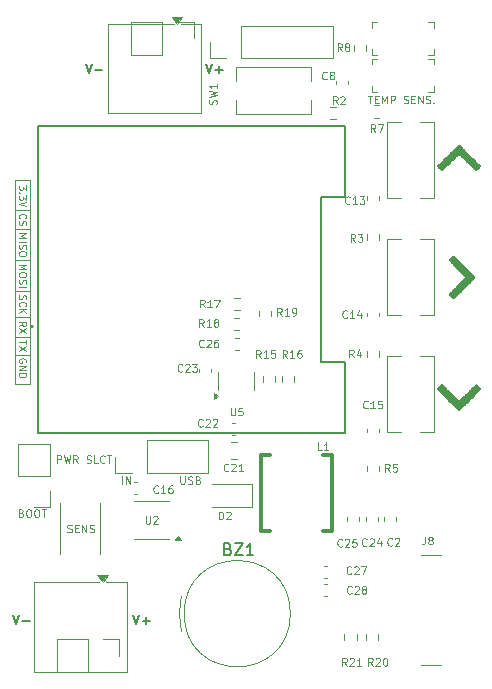
<source format=gbr>
%TF.GenerationSoftware,KiCad,Pcbnew,9.0.4*%
%TF.CreationDate,2025-12-12T14:24:18+03:00*%
%TF.ProjectId,mini_power_logger,6d696e69-5f70-46f7-9765-725f6c6f6767,rev?*%
%TF.SameCoordinates,Original*%
%TF.FileFunction,Legend,Top*%
%TF.FilePolarity,Positive*%
%FSLAX46Y46*%
G04 Gerber Fmt 4.6, Leading zero omitted, Abs format (unit mm)*
G04 Created by KiCad (PCBNEW 9.0.4) date 2025-12-12 14:24:18*
%MOMM*%
%LPD*%
G01*
G04 APERTURE LIST*
%ADD10C,0.120000*%
%ADD11C,0.200000*%
%ADD12C,0.100000*%
%ADD13C,0.150000*%
%ADD14C,0.127000*%
%ADD15C,0.304800*%
%ADD16C,0.000000*%
G04 APERTURE END LIST*
D10*
X159750000Y-70100000D02*
X158525000Y-70100000D01*
X158500000Y-66000000D02*
X159750000Y-66000000D01*
X159750000Y-83225000D01*
X158500000Y-83225000D01*
X158500000Y-66000000D01*
X159725000Y-80825000D02*
X158500000Y-80825000D01*
X159725000Y-79250000D02*
X158500000Y-79250000D01*
X159762500Y-77575000D02*
X158537500Y-77575000D01*
X159750000Y-68500000D02*
X158525000Y-68500000D01*
X159750000Y-75425000D02*
X158525000Y-75425000D01*
X159725000Y-72775000D02*
X158500000Y-72775000D01*
D11*
X174657768Y-56141695D02*
X174924435Y-56941695D01*
X174924435Y-56941695D02*
X175191101Y-56141695D01*
X175457768Y-56636933D02*
X176067292Y-56636933D01*
X175762530Y-56941695D02*
X175762530Y-56332171D01*
X168482768Y-102816695D02*
X168749435Y-103616695D01*
X168749435Y-103616695D02*
X169016101Y-102816695D01*
X169282768Y-103311933D02*
X169892292Y-103311933D01*
X169587530Y-103616695D02*
X169587530Y-103007171D01*
D12*
X159428628Y-66426503D02*
X159428628Y-66797931D01*
X159428628Y-66797931D02*
X159200057Y-66597931D01*
X159200057Y-66597931D02*
X159200057Y-66683646D01*
X159200057Y-66683646D02*
X159171485Y-66740789D01*
X159171485Y-66740789D02*
X159142914Y-66769360D01*
X159142914Y-66769360D02*
X159085771Y-66797931D01*
X159085771Y-66797931D02*
X158942914Y-66797931D01*
X158942914Y-66797931D02*
X158885771Y-66769360D01*
X158885771Y-66769360D02*
X158857200Y-66740789D01*
X158857200Y-66740789D02*
X158828628Y-66683646D01*
X158828628Y-66683646D02*
X158828628Y-66512217D01*
X158828628Y-66512217D02*
X158857200Y-66455074D01*
X158857200Y-66455074D02*
X158885771Y-66426503D01*
X158885771Y-67055075D02*
X158857200Y-67083646D01*
X158857200Y-67083646D02*
X158828628Y-67055075D01*
X158828628Y-67055075D02*
X158857200Y-67026503D01*
X158857200Y-67026503D02*
X158885771Y-67055075D01*
X158885771Y-67055075D02*
X158828628Y-67055075D01*
X159428628Y-67283646D02*
X159428628Y-67655074D01*
X159428628Y-67655074D02*
X159200057Y-67455074D01*
X159200057Y-67455074D02*
X159200057Y-67540789D01*
X159200057Y-67540789D02*
X159171485Y-67597932D01*
X159171485Y-67597932D02*
X159142914Y-67626503D01*
X159142914Y-67626503D02*
X159085771Y-67655074D01*
X159085771Y-67655074D02*
X158942914Y-67655074D01*
X158942914Y-67655074D02*
X158885771Y-67626503D01*
X158885771Y-67626503D02*
X158857200Y-67597932D01*
X158857200Y-67597932D02*
X158828628Y-67540789D01*
X158828628Y-67540789D02*
X158828628Y-67369360D01*
X158828628Y-67369360D02*
X158857200Y-67312217D01*
X158857200Y-67312217D02*
X158885771Y-67283646D01*
X159428628Y-67826503D02*
X158828628Y-68026503D01*
X158828628Y-68026503D02*
X159428628Y-68226503D01*
X158885771Y-69226504D02*
X158857200Y-69197932D01*
X158857200Y-69197932D02*
X158828628Y-69112218D01*
X158828628Y-69112218D02*
X158828628Y-69055075D01*
X158828628Y-69055075D02*
X158857200Y-68969361D01*
X158857200Y-68969361D02*
X158914342Y-68912218D01*
X158914342Y-68912218D02*
X158971485Y-68883647D01*
X158971485Y-68883647D02*
X159085771Y-68855075D01*
X159085771Y-68855075D02*
X159171485Y-68855075D01*
X159171485Y-68855075D02*
X159285771Y-68883647D01*
X159285771Y-68883647D02*
X159342914Y-68912218D01*
X159342914Y-68912218D02*
X159400057Y-68969361D01*
X159400057Y-68969361D02*
X159428628Y-69055075D01*
X159428628Y-69055075D02*
X159428628Y-69112218D01*
X159428628Y-69112218D02*
X159400057Y-69197932D01*
X159400057Y-69197932D02*
X159371485Y-69226504D01*
X158857200Y-69455075D02*
X158828628Y-69540790D01*
X158828628Y-69540790D02*
X158828628Y-69683647D01*
X158828628Y-69683647D02*
X158857200Y-69740790D01*
X158857200Y-69740790D02*
X158885771Y-69769361D01*
X158885771Y-69769361D02*
X158942914Y-69797932D01*
X158942914Y-69797932D02*
X159000057Y-69797932D01*
X159000057Y-69797932D02*
X159057200Y-69769361D01*
X159057200Y-69769361D02*
X159085771Y-69740790D01*
X159085771Y-69740790D02*
X159114342Y-69683647D01*
X159114342Y-69683647D02*
X159142914Y-69569361D01*
X159142914Y-69569361D02*
X159171485Y-69512218D01*
X159171485Y-69512218D02*
X159200057Y-69483647D01*
X159200057Y-69483647D02*
X159257200Y-69455075D01*
X159257200Y-69455075D02*
X159314342Y-69455075D01*
X159314342Y-69455075D02*
X159371485Y-69483647D01*
X159371485Y-69483647D02*
X159400057Y-69512218D01*
X159400057Y-69512218D02*
X159428628Y-69569361D01*
X159428628Y-69569361D02*
X159428628Y-69712218D01*
X159428628Y-69712218D02*
X159400057Y-69797932D01*
X158828628Y-70512219D02*
X159428628Y-70512219D01*
X159428628Y-70512219D02*
X159000057Y-70712219D01*
X159000057Y-70712219D02*
X159428628Y-70912219D01*
X159428628Y-70912219D02*
X158828628Y-70912219D01*
X158828628Y-71197933D02*
X159428628Y-71197933D01*
X158857200Y-71455075D02*
X158828628Y-71540790D01*
X158828628Y-71540790D02*
X158828628Y-71683647D01*
X158828628Y-71683647D02*
X158857200Y-71740790D01*
X158857200Y-71740790D02*
X158885771Y-71769361D01*
X158885771Y-71769361D02*
X158942914Y-71797932D01*
X158942914Y-71797932D02*
X159000057Y-71797932D01*
X159000057Y-71797932D02*
X159057200Y-71769361D01*
X159057200Y-71769361D02*
X159085771Y-71740790D01*
X159085771Y-71740790D02*
X159114342Y-71683647D01*
X159114342Y-71683647D02*
X159142914Y-71569361D01*
X159142914Y-71569361D02*
X159171485Y-71512218D01*
X159171485Y-71512218D02*
X159200057Y-71483647D01*
X159200057Y-71483647D02*
X159257200Y-71455075D01*
X159257200Y-71455075D02*
X159314342Y-71455075D01*
X159314342Y-71455075D02*
X159371485Y-71483647D01*
X159371485Y-71483647D02*
X159400057Y-71512218D01*
X159400057Y-71512218D02*
X159428628Y-71569361D01*
X159428628Y-71569361D02*
X159428628Y-71712218D01*
X159428628Y-71712218D02*
X159400057Y-71797932D01*
X159428628Y-72169361D02*
X159428628Y-72283647D01*
X159428628Y-72283647D02*
X159400057Y-72340790D01*
X159400057Y-72340790D02*
X159342914Y-72397933D01*
X159342914Y-72397933D02*
X159228628Y-72426504D01*
X159228628Y-72426504D02*
X159028628Y-72426504D01*
X159028628Y-72426504D02*
X158914342Y-72397933D01*
X158914342Y-72397933D02*
X158857200Y-72340790D01*
X158857200Y-72340790D02*
X158828628Y-72283647D01*
X158828628Y-72283647D02*
X158828628Y-72169361D01*
X158828628Y-72169361D02*
X158857200Y-72112219D01*
X158857200Y-72112219D02*
X158914342Y-72055076D01*
X158914342Y-72055076D02*
X159028628Y-72026504D01*
X159028628Y-72026504D02*
X159228628Y-72026504D01*
X159228628Y-72026504D02*
X159342914Y-72055076D01*
X159342914Y-72055076D02*
X159400057Y-72112219D01*
X159400057Y-72112219D02*
X159428628Y-72169361D01*
X158828628Y-73140790D02*
X159428628Y-73140790D01*
X159428628Y-73140790D02*
X159000057Y-73340790D01*
X159000057Y-73340790D02*
X159428628Y-73540790D01*
X159428628Y-73540790D02*
X158828628Y-73540790D01*
X159428628Y-73940789D02*
X159428628Y-74055075D01*
X159428628Y-74055075D02*
X159400057Y-74112218D01*
X159400057Y-74112218D02*
X159342914Y-74169361D01*
X159342914Y-74169361D02*
X159228628Y-74197932D01*
X159228628Y-74197932D02*
X159028628Y-74197932D01*
X159028628Y-74197932D02*
X158914342Y-74169361D01*
X158914342Y-74169361D02*
X158857200Y-74112218D01*
X158857200Y-74112218D02*
X158828628Y-74055075D01*
X158828628Y-74055075D02*
X158828628Y-73940789D01*
X158828628Y-73940789D02*
X158857200Y-73883647D01*
X158857200Y-73883647D02*
X158914342Y-73826504D01*
X158914342Y-73826504D02*
X159028628Y-73797932D01*
X159028628Y-73797932D02*
X159228628Y-73797932D01*
X159228628Y-73797932D02*
X159342914Y-73826504D01*
X159342914Y-73826504D02*
X159400057Y-73883647D01*
X159400057Y-73883647D02*
X159428628Y-73940789D01*
X158857200Y-74426503D02*
X158828628Y-74512218D01*
X158828628Y-74512218D02*
X158828628Y-74655075D01*
X158828628Y-74655075D02*
X158857200Y-74712218D01*
X158857200Y-74712218D02*
X158885771Y-74740789D01*
X158885771Y-74740789D02*
X158942914Y-74769360D01*
X158942914Y-74769360D02*
X159000057Y-74769360D01*
X159000057Y-74769360D02*
X159057200Y-74740789D01*
X159057200Y-74740789D02*
X159085771Y-74712218D01*
X159085771Y-74712218D02*
X159114342Y-74655075D01*
X159114342Y-74655075D02*
X159142914Y-74540789D01*
X159142914Y-74540789D02*
X159171485Y-74483646D01*
X159171485Y-74483646D02*
X159200057Y-74455075D01*
X159200057Y-74455075D02*
X159257200Y-74426503D01*
X159257200Y-74426503D02*
X159314342Y-74426503D01*
X159314342Y-74426503D02*
X159371485Y-74455075D01*
X159371485Y-74455075D02*
X159400057Y-74483646D01*
X159400057Y-74483646D02*
X159428628Y-74540789D01*
X159428628Y-74540789D02*
X159428628Y-74683646D01*
X159428628Y-74683646D02*
X159400057Y-74769360D01*
X158828628Y-75026504D02*
X159428628Y-75026504D01*
X158857200Y-75740789D02*
X158828628Y-75826504D01*
X158828628Y-75826504D02*
X158828628Y-75969361D01*
X158828628Y-75969361D02*
X158857200Y-76026504D01*
X158857200Y-76026504D02*
X158885771Y-76055075D01*
X158885771Y-76055075D02*
X158942914Y-76083646D01*
X158942914Y-76083646D02*
X159000057Y-76083646D01*
X159000057Y-76083646D02*
X159057200Y-76055075D01*
X159057200Y-76055075D02*
X159085771Y-76026504D01*
X159085771Y-76026504D02*
X159114342Y-75969361D01*
X159114342Y-75969361D02*
X159142914Y-75855075D01*
X159142914Y-75855075D02*
X159171485Y-75797932D01*
X159171485Y-75797932D02*
X159200057Y-75769361D01*
X159200057Y-75769361D02*
X159257200Y-75740789D01*
X159257200Y-75740789D02*
X159314342Y-75740789D01*
X159314342Y-75740789D02*
X159371485Y-75769361D01*
X159371485Y-75769361D02*
X159400057Y-75797932D01*
X159400057Y-75797932D02*
X159428628Y-75855075D01*
X159428628Y-75855075D02*
X159428628Y-75997932D01*
X159428628Y-75997932D02*
X159400057Y-76083646D01*
X158885771Y-76683647D02*
X158857200Y-76655075D01*
X158857200Y-76655075D02*
X158828628Y-76569361D01*
X158828628Y-76569361D02*
X158828628Y-76512218D01*
X158828628Y-76512218D02*
X158857200Y-76426504D01*
X158857200Y-76426504D02*
X158914342Y-76369361D01*
X158914342Y-76369361D02*
X158971485Y-76340790D01*
X158971485Y-76340790D02*
X159085771Y-76312218D01*
X159085771Y-76312218D02*
X159171485Y-76312218D01*
X159171485Y-76312218D02*
X159285771Y-76340790D01*
X159285771Y-76340790D02*
X159342914Y-76369361D01*
X159342914Y-76369361D02*
X159400057Y-76426504D01*
X159400057Y-76426504D02*
X159428628Y-76512218D01*
X159428628Y-76512218D02*
X159428628Y-76569361D01*
X159428628Y-76569361D02*
X159400057Y-76655075D01*
X159400057Y-76655075D02*
X159371485Y-76683647D01*
X158828628Y-76940790D02*
X159428628Y-76940790D01*
X158828628Y-77283647D02*
X159171485Y-77026504D01*
X159428628Y-77283647D02*
X159085771Y-76940790D01*
X158828628Y-78340790D02*
X159114342Y-78140790D01*
X158828628Y-77997933D02*
X159428628Y-77997933D01*
X159428628Y-77997933D02*
X159428628Y-78226504D01*
X159428628Y-78226504D02*
X159400057Y-78283647D01*
X159400057Y-78283647D02*
X159371485Y-78312218D01*
X159371485Y-78312218D02*
X159314342Y-78340790D01*
X159314342Y-78340790D02*
X159228628Y-78340790D01*
X159228628Y-78340790D02*
X159171485Y-78312218D01*
X159171485Y-78312218D02*
X159142914Y-78283647D01*
X159142914Y-78283647D02*
X159114342Y-78226504D01*
X159114342Y-78226504D02*
X159114342Y-77997933D01*
X159428628Y-78540790D02*
X158828628Y-78940790D01*
X159428628Y-78940790D02*
X158828628Y-78540790D01*
X159428628Y-79540790D02*
X159428628Y-79883648D01*
X158828628Y-79712219D02*
X159428628Y-79712219D01*
X159428628Y-80026505D02*
X158828628Y-80426505D01*
X159428628Y-80426505D02*
X158828628Y-80026505D01*
X159400057Y-81426505D02*
X159428628Y-81369363D01*
X159428628Y-81369363D02*
X159428628Y-81283648D01*
X159428628Y-81283648D02*
X159400057Y-81197934D01*
X159400057Y-81197934D02*
X159342914Y-81140791D01*
X159342914Y-81140791D02*
X159285771Y-81112220D01*
X159285771Y-81112220D02*
X159171485Y-81083648D01*
X159171485Y-81083648D02*
X159085771Y-81083648D01*
X159085771Y-81083648D02*
X158971485Y-81112220D01*
X158971485Y-81112220D02*
X158914342Y-81140791D01*
X158914342Y-81140791D02*
X158857200Y-81197934D01*
X158857200Y-81197934D02*
X158828628Y-81283648D01*
X158828628Y-81283648D02*
X158828628Y-81340791D01*
X158828628Y-81340791D02*
X158857200Y-81426505D01*
X158857200Y-81426505D02*
X158885771Y-81455077D01*
X158885771Y-81455077D02*
X159085771Y-81455077D01*
X159085771Y-81455077D02*
X159085771Y-81340791D01*
X158828628Y-81712220D02*
X159428628Y-81712220D01*
X159428628Y-81712220D02*
X158828628Y-82055077D01*
X158828628Y-82055077D02*
X159428628Y-82055077D01*
X158828628Y-82340791D02*
X159428628Y-82340791D01*
X159428628Y-82340791D02*
X159428628Y-82483648D01*
X159428628Y-82483648D02*
X159400057Y-82569362D01*
X159400057Y-82569362D02*
X159342914Y-82626505D01*
X159342914Y-82626505D02*
X159285771Y-82655076D01*
X159285771Y-82655076D02*
X159171485Y-82683648D01*
X159171485Y-82683648D02*
X159085771Y-82683648D01*
X159085771Y-82683648D02*
X158971485Y-82655076D01*
X158971485Y-82655076D02*
X158914342Y-82626505D01*
X158914342Y-82626505D02*
X158857200Y-82569362D01*
X158857200Y-82569362D02*
X158828628Y-82483648D01*
X158828628Y-82483648D02*
X158828628Y-82340791D01*
D10*
X159025375Y-94173736D02*
X159118232Y-94204688D01*
X159118232Y-94204688D02*
X159149185Y-94235640D01*
X159149185Y-94235640D02*
X159180137Y-94297545D01*
X159180137Y-94297545D02*
X159180137Y-94390402D01*
X159180137Y-94390402D02*
X159149185Y-94452307D01*
X159149185Y-94452307D02*
X159118232Y-94483260D01*
X159118232Y-94483260D02*
X159056327Y-94514212D01*
X159056327Y-94514212D02*
X158808708Y-94514212D01*
X158808708Y-94514212D02*
X158808708Y-93864212D01*
X158808708Y-93864212D02*
X159025375Y-93864212D01*
X159025375Y-93864212D02*
X159087280Y-93895164D01*
X159087280Y-93895164D02*
X159118232Y-93926117D01*
X159118232Y-93926117D02*
X159149185Y-93988021D01*
X159149185Y-93988021D02*
X159149185Y-94049926D01*
X159149185Y-94049926D02*
X159118232Y-94111831D01*
X159118232Y-94111831D02*
X159087280Y-94142783D01*
X159087280Y-94142783D02*
X159025375Y-94173736D01*
X159025375Y-94173736D02*
X158808708Y-94173736D01*
X159582518Y-93864212D02*
X159706327Y-93864212D01*
X159706327Y-93864212D02*
X159768232Y-93895164D01*
X159768232Y-93895164D02*
X159830137Y-93957069D01*
X159830137Y-93957069D02*
X159861089Y-94080879D01*
X159861089Y-94080879D02*
X159861089Y-94297545D01*
X159861089Y-94297545D02*
X159830137Y-94421355D01*
X159830137Y-94421355D02*
X159768232Y-94483260D01*
X159768232Y-94483260D02*
X159706327Y-94514212D01*
X159706327Y-94514212D02*
X159582518Y-94514212D01*
X159582518Y-94514212D02*
X159520613Y-94483260D01*
X159520613Y-94483260D02*
X159458708Y-94421355D01*
X159458708Y-94421355D02*
X159427756Y-94297545D01*
X159427756Y-94297545D02*
X159427756Y-94080879D01*
X159427756Y-94080879D02*
X159458708Y-93957069D01*
X159458708Y-93957069D02*
X159520613Y-93895164D01*
X159520613Y-93895164D02*
X159582518Y-93864212D01*
X160263470Y-93864212D02*
X160387279Y-93864212D01*
X160387279Y-93864212D02*
X160449184Y-93895164D01*
X160449184Y-93895164D02*
X160511089Y-93957069D01*
X160511089Y-93957069D02*
X160542041Y-94080879D01*
X160542041Y-94080879D02*
X160542041Y-94297545D01*
X160542041Y-94297545D02*
X160511089Y-94421355D01*
X160511089Y-94421355D02*
X160449184Y-94483260D01*
X160449184Y-94483260D02*
X160387279Y-94514212D01*
X160387279Y-94514212D02*
X160263470Y-94514212D01*
X160263470Y-94514212D02*
X160201565Y-94483260D01*
X160201565Y-94483260D02*
X160139660Y-94421355D01*
X160139660Y-94421355D02*
X160108708Y-94297545D01*
X160108708Y-94297545D02*
X160108708Y-94080879D01*
X160108708Y-94080879D02*
X160139660Y-93957069D01*
X160139660Y-93957069D02*
X160201565Y-93895164D01*
X160201565Y-93895164D02*
X160263470Y-93864212D01*
X160727755Y-93864212D02*
X161099184Y-93864212D01*
X160913470Y-94514212D02*
X160913470Y-93864212D01*
X162927756Y-95783260D02*
X163020613Y-95814212D01*
X163020613Y-95814212D02*
X163175375Y-95814212D01*
X163175375Y-95814212D02*
X163237280Y-95783260D01*
X163237280Y-95783260D02*
X163268232Y-95752307D01*
X163268232Y-95752307D02*
X163299185Y-95690402D01*
X163299185Y-95690402D02*
X163299185Y-95628498D01*
X163299185Y-95628498D02*
X163268232Y-95566593D01*
X163268232Y-95566593D02*
X163237280Y-95535640D01*
X163237280Y-95535640D02*
X163175375Y-95504688D01*
X163175375Y-95504688D02*
X163051566Y-95473736D01*
X163051566Y-95473736D02*
X162989661Y-95442783D01*
X162989661Y-95442783D02*
X162958708Y-95411831D01*
X162958708Y-95411831D02*
X162927756Y-95349926D01*
X162927756Y-95349926D02*
X162927756Y-95288021D01*
X162927756Y-95288021D02*
X162958708Y-95226117D01*
X162958708Y-95226117D02*
X162989661Y-95195164D01*
X162989661Y-95195164D02*
X163051566Y-95164212D01*
X163051566Y-95164212D02*
X163206327Y-95164212D01*
X163206327Y-95164212D02*
X163299185Y-95195164D01*
X163577756Y-95473736D02*
X163794423Y-95473736D01*
X163887280Y-95814212D02*
X163577756Y-95814212D01*
X163577756Y-95814212D02*
X163577756Y-95164212D01*
X163577756Y-95164212D02*
X163887280Y-95164212D01*
X164165851Y-95814212D02*
X164165851Y-95164212D01*
X164165851Y-95164212D02*
X164537280Y-95814212D01*
X164537280Y-95814212D02*
X164537280Y-95164212D01*
X164815851Y-95783260D02*
X164908708Y-95814212D01*
X164908708Y-95814212D02*
X165063470Y-95814212D01*
X165063470Y-95814212D02*
X165125375Y-95783260D01*
X165125375Y-95783260D02*
X165156327Y-95752307D01*
X165156327Y-95752307D02*
X165187280Y-95690402D01*
X165187280Y-95690402D02*
X165187280Y-95628498D01*
X165187280Y-95628498D02*
X165156327Y-95566593D01*
X165156327Y-95566593D02*
X165125375Y-95535640D01*
X165125375Y-95535640D02*
X165063470Y-95504688D01*
X165063470Y-95504688D02*
X164939661Y-95473736D01*
X164939661Y-95473736D02*
X164877756Y-95442783D01*
X164877756Y-95442783D02*
X164846803Y-95411831D01*
X164846803Y-95411831D02*
X164815851Y-95349926D01*
X164815851Y-95349926D02*
X164815851Y-95288021D01*
X164815851Y-95288021D02*
X164846803Y-95226117D01*
X164846803Y-95226117D02*
X164877756Y-95195164D01*
X164877756Y-95195164D02*
X164939661Y-95164212D01*
X164939661Y-95164212D02*
X165094422Y-95164212D01*
X165094422Y-95164212D02*
X165187280Y-95195164D01*
D11*
X164482768Y-56141695D02*
X164749435Y-56941695D01*
X164749435Y-56941695D02*
X165016101Y-56141695D01*
X165282768Y-56636933D02*
X165892292Y-56636933D01*
D10*
X188365851Y-58839212D02*
X188737280Y-58839212D01*
X188551566Y-59489212D02*
X188551566Y-58839212D01*
X188953946Y-59148736D02*
X189170613Y-59148736D01*
X189263470Y-59489212D02*
X188953946Y-59489212D01*
X188953946Y-59489212D02*
X188953946Y-58839212D01*
X188953946Y-58839212D02*
X189263470Y-58839212D01*
X189542041Y-59489212D02*
X189542041Y-58839212D01*
X189542041Y-58839212D02*
X189758708Y-59303498D01*
X189758708Y-59303498D02*
X189975375Y-58839212D01*
X189975375Y-58839212D02*
X189975375Y-59489212D01*
X190284898Y-59489212D02*
X190284898Y-58839212D01*
X190284898Y-58839212D02*
X190532517Y-58839212D01*
X190532517Y-58839212D02*
X190594422Y-58870164D01*
X190594422Y-58870164D02*
X190625375Y-58901117D01*
X190625375Y-58901117D02*
X190656327Y-58963021D01*
X190656327Y-58963021D02*
X190656327Y-59055879D01*
X190656327Y-59055879D02*
X190625375Y-59117783D01*
X190625375Y-59117783D02*
X190594422Y-59148736D01*
X190594422Y-59148736D02*
X190532517Y-59179688D01*
X190532517Y-59179688D02*
X190284898Y-59179688D01*
X191399184Y-59458260D02*
X191492041Y-59489212D01*
X191492041Y-59489212D02*
X191646803Y-59489212D01*
X191646803Y-59489212D02*
X191708708Y-59458260D01*
X191708708Y-59458260D02*
X191739660Y-59427307D01*
X191739660Y-59427307D02*
X191770613Y-59365402D01*
X191770613Y-59365402D02*
X191770613Y-59303498D01*
X191770613Y-59303498D02*
X191739660Y-59241593D01*
X191739660Y-59241593D02*
X191708708Y-59210640D01*
X191708708Y-59210640D02*
X191646803Y-59179688D01*
X191646803Y-59179688D02*
X191522994Y-59148736D01*
X191522994Y-59148736D02*
X191461089Y-59117783D01*
X191461089Y-59117783D02*
X191430136Y-59086831D01*
X191430136Y-59086831D02*
X191399184Y-59024926D01*
X191399184Y-59024926D02*
X191399184Y-58963021D01*
X191399184Y-58963021D02*
X191430136Y-58901117D01*
X191430136Y-58901117D02*
X191461089Y-58870164D01*
X191461089Y-58870164D02*
X191522994Y-58839212D01*
X191522994Y-58839212D02*
X191677755Y-58839212D01*
X191677755Y-58839212D02*
X191770613Y-58870164D01*
X192049184Y-59148736D02*
X192265851Y-59148736D01*
X192358708Y-59489212D02*
X192049184Y-59489212D01*
X192049184Y-59489212D02*
X192049184Y-58839212D01*
X192049184Y-58839212D02*
X192358708Y-58839212D01*
X192637279Y-59489212D02*
X192637279Y-58839212D01*
X192637279Y-58839212D02*
X193008708Y-59489212D01*
X193008708Y-59489212D02*
X193008708Y-58839212D01*
X193287279Y-59458260D02*
X193380136Y-59489212D01*
X193380136Y-59489212D02*
X193534898Y-59489212D01*
X193534898Y-59489212D02*
X193596803Y-59458260D01*
X193596803Y-59458260D02*
X193627755Y-59427307D01*
X193627755Y-59427307D02*
X193658708Y-59365402D01*
X193658708Y-59365402D02*
X193658708Y-59303498D01*
X193658708Y-59303498D02*
X193627755Y-59241593D01*
X193627755Y-59241593D02*
X193596803Y-59210640D01*
X193596803Y-59210640D02*
X193534898Y-59179688D01*
X193534898Y-59179688D02*
X193411089Y-59148736D01*
X193411089Y-59148736D02*
X193349184Y-59117783D01*
X193349184Y-59117783D02*
X193318231Y-59086831D01*
X193318231Y-59086831D02*
X193287279Y-59024926D01*
X193287279Y-59024926D02*
X193287279Y-58963021D01*
X193287279Y-58963021D02*
X193318231Y-58901117D01*
X193318231Y-58901117D02*
X193349184Y-58870164D01*
X193349184Y-58870164D02*
X193411089Y-58839212D01*
X193411089Y-58839212D02*
X193565850Y-58839212D01*
X193565850Y-58839212D02*
X193658708Y-58870164D01*
X193937279Y-59427307D02*
X193968232Y-59458260D01*
X193968232Y-59458260D02*
X193937279Y-59489212D01*
X193937279Y-59489212D02*
X193906327Y-59458260D01*
X193906327Y-59458260D02*
X193937279Y-59427307D01*
X193937279Y-59427307D02*
X193937279Y-59489212D01*
X162033708Y-89939212D02*
X162033708Y-89289212D01*
X162033708Y-89289212D02*
X162281327Y-89289212D01*
X162281327Y-89289212D02*
X162343232Y-89320164D01*
X162343232Y-89320164D02*
X162374185Y-89351117D01*
X162374185Y-89351117D02*
X162405137Y-89413021D01*
X162405137Y-89413021D02*
X162405137Y-89505879D01*
X162405137Y-89505879D02*
X162374185Y-89567783D01*
X162374185Y-89567783D02*
X162343232Y-89598736D01*
X162343232Y-89598736D02*
X162281327Y-89629688D01*
X162281327Y-89629688D02*
X162033708Y-89629688D01*
X162621804Y-89289212D02*
X162776566Y-89939212D01*
X162776566Y-89939212D02*
X162900375Y-89474926D01*
X162900375Y-89474926D02*
X163024185Y-89939212D01*
X163024185Y-89939212D02*
X163178947Y-89289212D01*
X163797994Y-89939212D02*
X163581327Y-89629688D01*
X163426565Y-89939212D02*
X163426565Y-89289212D01*
X163426565Y-89289212D02*
X163674184Y-89289212D01*
X163674184Y-89289212D02*
X163736089Y-89320164D01*
X163736089Y-89320164D02*
X163767042Y-89351117D01*
X163767042Y-89351117D02*
X163797994Y-89413021D01*
X163797994Y-89413021D02*
X163797994Y-89505879D01*
X163797994Y-89505879D02*
X163767042Y-89567783D01*
X163767042Y-89567783D02*
X163736089Y-89598736D01*
X163736089Y-89598736D02*
X163674184Y-89629688D01*
X163674184Y-89629688D02*
X163426565Y-89629688D01*
X164540851Y-89908260D02*
X164633708Y-89939212D01*
X164633708Y-89939212D02*
X164788470Y-89939212D01*
X164788470Y-89939212D02*
X164850375Y-89908260D01*
X164850375Y-89908260D02*
X164881327Y-89877307D01*
X164881327Y-89877307D02*
X164912280Y-89815402D01*
X164912280Y-89815402D02*
X164912280Y-89753498D01*
X164912280Y-89753498D02*
X164881327Y-89691593D01*
X164881327Y-89691593D02*
X164850375Y-89660640D01*
X164850375Y-89660640D02*
X164788470Y-89629688D01*
X164788470Y-89629688D02*
X164664661Y-89598736D01*
X164664661Y-89598736D02*
X164602756Y-89567783D01*
X164602756Y-89567783D02*
X164571803Y-89536831D01*
X164571803Y-89536831D02*
X164540851Y-89474926D01*
X164540851Y-89474926D02*
X164540851Y-89413021D01*
X164540851Y-89413021D02*
X164571803Y-89351117D01*
X164571803Y-89351117D02*
X164602756Y-89320164D01*
X164602756Y-89320164D02*
X164664661Y-89289212D01*
X164664661Y-89289212D02*
X164819422Y-89289212D01*
X164819422Y-89289212D02*
X164912280Y-89320164D01*
X165500375Y-89939212D02*
X165190851Y-89939212D01*
X165190851Y-89939212D02*
X165190851Y-89289212D01*
X166088470Y-89877307D02*
X166057518Y-89908260D01*
X166057518Y-89908260D02*
X165964660Y-89939212D01*
X165964660Y-89939212D02*
X165902756Y-89939212D01*
X165902756Y-89939212D02*
X165809899Y-89908260D01*
X165809899Y-89908260D02*
X165747994Y-89846355D01*
X165747994Y-89846355D02*
X165717041Y-89784450D01*
X165717041Y-89784450D02*
X165686089Y-89660640D01*
X165686089Y-89660640D02*
X165686089Y-89567783D01*
X165686089Y-89567783D02*
X165717041Y-89443974D01*
X165717041Y-89443974D02*
X165747994Y-89382069D01*
X165747994Y-89382069D02*
X165809899Y-89320164D01*
X165809899Y-89320164D02*
X165902756Y-89289212D01*
X165902756Y-89289212D02*
X165964660Y-89289212D01*
X165964660Y-89289212D02*
X166057518Y-89320164D01*
X166057518Y-89320164D02*
X166088470Y-89351117D01*
X166274184Y-89289212D02*
X166645613Y-89289212D01*
X166459899Y-89939212D02*
X166459899Y-89289212D01*
D11*
X158307768Y-102816695D02*
X158574435Y-103616695D01*
X158574435Y-103616695D02*
X158841101Y-102816695D01*
X159107768Y-103311933D02*
X159717292Y-103311933D01*
D10*
X167533708Y-91714212D02*
X167533708Y-91064212D01*
X167843232Y-91714212D02*
X167843232Y-91064212D01*
X167843232Y-91064212D02*
X168214661Y-91714212D01*
X168214661Y-91714212D02*
X168214661Y-91064212D01*
X172486088Y-91064212D02*
X172486088Y-91590402D01*
X172486088Y-91590402D02*
X172517041Y-91652307D01*
X172517041Y-91652307D02*
X172547993Y-91683260D01*
X172547993Y-91683260D02*
X172609898Y-91714212D01*
X172609898Y-91714212D02*
X172733707Y-91714212D01*
X172733707Y-91714212D02*
X172795612Y-91683260D01*
X172795612Y-91683260D02*
X172826565Y-91652307D01*
X172826565Y-91652307D02*
X172857517Y-91590402D01*
X172857517Y-91590402D02*
X172857517Y-91064212D01*
X173136088Y-91683260D02*
X173228945Y-91714212D01*
X173228945Y-91714212D02*
X173383707Y-91714212D01*
X173383707Y-91714212D02*
X173445612Y-91683260D01*
X173445612Y-91683260D02*
X173476564Y-91652307D01*
X173476564Y-91652307D02*
X173507517Y-91590402D01*
X173507517Y-91590402D02*
X173507517Y-91528498D01*
X173507517Y-91528498D02*
X173476564Y-91466593D01*
X173476564Y-91466593D02*
X173445612Y-91435640D01*
X173445612Y-91435640D02*
X173383707Y-91404688D01*
X173383707Y-91404688D02*
X173259898Y-91373736D01*
X173259898Y-91373736D02*
X173197993Y-91342783D01*
X173197993Y-91342783D02*
X173167040Y-91311831D01*
X173167040Y-91311831D02*
X173136088Y-91249926D01*
X173136088Y-91249926D02*
X173136088Y-91188021D01*
X173136088Y-91188021D02*
X173167040Y-91126117D01*
X173167040Y-91126117D02*
X173197993Y-91095164D01*
X173197993Y-91095164D02*
X173259898Y-91064212D01*
X173259898Y-91064212D02*
X173414659Y-91064212D01*
X173414659Y-91064212D02*
X173507517Y-91095164D01*
X174002755Y-91373736D02*
X174095612Y-91404688D01*
X174095612Y-91404688D02*
X174126565Y-91435640D01*
X174126565Y-91435640D02*
X174157517Y-91497545D01*
X174157517Y-91497545D02*
X174157517Y-91590402D01*
X174157517Y-91590402D02*
X174126565Y-91652307D01*
X174126565Y-91652307D02*
X174095612Y-91683260D01*
X174095612Y-91683260D02*
X174033707Y-91714212D01*
X174033707Y-91714212D02*
X173786088Y-91714212D01*
X173786088Y-91714212D02*
X173786088Y-91064212D01*
X173786088Y-91064212D02*
X174002755Y-91064212D01*
X174002755Y-91064212D02*
X174064660Y-91095164D01*
X174064660Y-91095164D02*
X174095612Y-91126117D01*
X174095612Y-91126117D02*
X174126565Y-91188021D01*
X174126565Y-91188021D02*
X174126565Y-91249926D01*
X174126565Y-91249926D02*
X174095612Y-91311831D01*
X174095612Y-91311831D02*
X174064660Y-91342783D01*
X174064660Y-91342783D02*
X174002755Y-91373736D01*
X174002755Y-91373736D02*
X173786088Y-91373736D01*
X176754761Y-85269462D02*
X176754761Y-85795652D01*
X176754761Y-85795652D02*
X176785714Y-85857557D01*
X176785714Y-85857557D02*
X176816666Y-85888510D01*
X176816666Y-85888510D02*
X176878571Y-85919462D01*
X176878571Y-85919462D02*
X177002380Y-85919462D01*
X177002380Y-85919462D02*
X177064285Y-85888510D01*
X177064285Y-85888510D02*
X177095238Y-85857557D01*
X177095238Y-85857557D02*
X177126190Y-85795652D01*
X177126190Y-85795652D02*
X177126190Y-85269462D01*
X177745237Y-85269462D02*
X177435713Y-85269462D01*
X177435713Y-85269462D02*
X177404761Y-85578986D01*
X177404761Y-85578986D02*
X177435713Y-85548033D01*
X177435713Y-85548033D02*
X177497618Y-85517081D01*
X177497618Y-85517081D02*
X177652380Y-85517081D01*
X177652380Y-85517081D02*
X177714285Y-85548033D01*
X177714285Y-85548033D02*
X177745237Y-85578986D01*
X177745237Y-85578986D02*
X177776190Y-85640890D01*
X177776190Y-85640890D02*
X177776190Y-85795652D01*
X177776190Y-85795652D02*
X177745237Y-85857557D01*
X177745237Y-85857557D02*
X177714285Y-85888510D01*
X177714285Y-85888510D02*
X177652380Y-85919462D01*
X177652380Y-85919462D02*
X177497618Y-85919462D01*
X177497618Y-85919462D02*
X177435713Y-85888510D01*
X177435713Y-85888510D02*
X177404761Y-85857557D01*
X186607142Y-77607557D02*
X186576190Y-77638510D01*
X186576190Y-77638510D02*
X186483332Y-77669462D01*
X186483332Y-77669462D02*
X186421428Y-77669462D01*
X186421428Y-77669462D02*
X186328571Y-77638510D01*
X186328571Y-77638510D02*
X186266666Y-77576605D01*
X186266666Y-77576605D02*
X186235713Y-77514700D01*
X186235713Y-77514700D02*
X186204761Y-77390890D01*
X186204761Y-77390890D02*
X186204761Y-77298033D01*
X186204761Y-77298033D02*
X186235713Y-77174224D01*
X186235713Y-77174224D02*
X186266666Y-77112319D01*
X186266666Y-77112319D02*
X186328571Y-77050414D01*
X186328571Y-77050414D02*
X186421428Y-77019462D01*
X186421428Y-77019462D02*
X186483332Y-77019462D01*
X186483332Y-77019462D02*
X186576190Y-77050414D01*
X186576190Y-77050414D02*
X186607142Y-77081367D01*
X187226190Y-77669462D02*
X186854761Y-77669462D01*
X187040475Y-77669462D02*
X187040475Y-77019462D01*
X187040475Y-77019462D02*
X186978571Y-77112319D01*
X186978571Y-77112319D02*
X186916666Y-77174224D01*
X186916666Y-77174224D02*
X186854761Y-77205176D01*
X187783333Y-77236129D02*
X187783333Y-77669462D01*
X187628571Y-76988510D02*
X187473809Y-77452795D01*
X187473809Y-77452795D02*
X187876190Y-77452795D01*
X188782142Y-107094462D02*
X188565475Y-106784938D01*
X188410713Y-107094462D02*
X188410713Y-106444462D01*
X188410713Y-106444462D02*
X188658332Y-106444462D01*
X188658332Y-106444462D02*
X188720237Y-106475414D01*
X188720237Y-106475414D02*
X188751190Y-106506367D01*
X188751190Y-106506367D02*
X188782142Y-106568271D01*
X188782142Y-106568271D02*
X188782142Y-106661129D01*
X188782142Y-106661129D02*
X188751190Y-106723033D01*
X188751190Y-106723033D02*
X188720237Y-106753986D01*
X188720237Y-106753986D02*
X188658332Y-106784938D01*
X188658332Y-106784938D02*
X188410713Y-106784938D01*
X189029761Y-106506367D02*
X189060713Y-106475414D01*
X189060713Y-106475414D02*
X189122618Y-106444462D01*
X189122618Y-106444462D02*
X189277380Y-106444462D01*
X189277380Y-106444462D02*
X189339285Y-106475414D01*
X189339285Y-106475414D02*
X189370237Y-106506367D01*
X189370237Y-106506367D02*
X189401190Y-106568271D01*
X189401190Y-106568271D02*
X189401190Y-106630176D01*
X189401190Y-106630176D02*
X189370237Y-106723033D01*
X189370237Y-106723033D02*
X188998809Y-107094462D01*
X188998809Y-107094462D02*
X189401190Y-107094462D01*
X189803571Y-106444462D02*
X189865476Y-106444462D01*
X189865476Y-106444462D02*
X189927380Y-106475414D01*
X189927380Y-106475414D02*
X189958333Y-106506367D01*
X189958333Y-106506367D02*
X189989285Y-106568271D01*
X189989285Y-106568271D02*
X190020238Y-106692081D01*
X190020238Y-106692081D02*
X190020238Y-106846843D01*
X190020238Y-106846843D02*
X189989285Y-106970652D01*
X189989285Y-106970652D02*
X189958333Y-107032557D01*
X189958333Y-107032557D02*
X189927380Y-107063510D01*
X189927380Y-107063510D02*
X189865476Y-107094462D01*
X189865476Y-107094462D02*
X189803571Y-107094462D01*
X189803571Y-107094462D02*
X189741666Y-107063510D01*
X189741666Y-107063510D02*
X189710714Y-107032557D01*
X189710714Y-107032557D02*
X189679761Y-106970652D01*
X189679761Y-106970652D02*
X189648809Y-106846843D01*
X189648809Y-106846843D02*
X189648809Y-106692081D01*
X189648809Y-106692081D02*
X189679761Y-106568271D01*
X189679761Y-106568271D02*
X189710714Y-106506367D01*
X189710714Y-106506367D02*
X189741666Y-106475414D01*
X189741666Y-106475414D02*
X189803571Y-106444462D01*
X185791666Y-59544462D02*
X185574999Y-59234938D01*
X185420237Y-59544462D02*
X185420237Y-58894462D01*
X185420237Y-58894462D02*
X185667856Y-58894462D01*
X185667856Y-58894462D02*
X185729761Y-58925414D01*
X185729761Y-58925414D02*
X185760714Y-58956367D01*
X185760714Y-58956367D02*
X185791666Y-59018271D01*
X185791666Y-59018271D02*
X185791666Y-59111129D01*
X185791666Y-59111129D02*
X185760714Y-59173033D01*
X185760714Y-59173033D02*
X185729761Y-59203986D01*
X185729761Y-59203986D02*
X185667856Y-59234938D01*
X185667856Y-59234938D02*
X185420237Y-59234938D01*
X186039285Y-58956367D02*
X186070237Y-58925414D01*
X186070237Y-58925414D02*
X186132142Y-58894462D01*
X186132142Y-58894462D02*
X186286904Y-58894462D01*
X186286904Y-58894462D02*
X186348809Y-58925414D01*
X186348809Y-58925414D02*
X186379761Y-58956367D01*
X186379761Y-58956367D02*
X186410714Y-59018271D01*
X186410714Y-59018271D02*
X186410714Y-59080176D01*
X186410714Y-59080176D02*
X186379761Y-59173033D01*
X186379761Y-59173033D02*
X186008333Y-59544462D01*
X186008333Y-59544462D02*
X186410714Y-59544462D01*
X179282142Y-81044462D02*
X179065475Y-80734938D01*
X178910713Y-81044462D02*
X178910713Y-80394462D01*
X178910713Y-80394462D02*
X179158332Y-80394462D01*
X179158332Y-80394462D02*
X179220237Y-80425414D01*
X179220237Y-80425414D02*
X179251190Y-80456367D01*
X179251190Y-80456367D02*
X179282142Y-80518271D01*
X179282142Y-80518271D02*
X179282142Y-80611129D01*
X179282142Y-80611129D02*
X179251190Y-80673033D01*
X179251190Y-80673033D02*
X179220237Y-80703986D01*
X179220237Y-80703986D02*
X179158332Y-80734938D01*
X179158332Y-80734938D02*
X178910713Y-80734938D01*
X179901190Y-81044462D02*
X179529761Y-81044462D01*
X179715475Y-81044462D02*
X179715475Y-80394462D01*
X179715475Y-80394462D02*
X179653571Y-80487319D01*
X179653571Y-80487319D02*
X179591666Y-80549224D01*
X179591666Y-80549224D02*
X179529761Y-80580176D01*
X180489285Y-80394462D02*
X180179761Y-80394462D01*
X180179761Y-80394462D02*
X180148809Y-80703986D01*
X180148809Y-80703986D02*
X180179761Y-80673033D01*
X180179761Y-80673033D02*
X180241666Y-80642081D01*
X180241666Y-80642081D02*
X180396428Y-80642081D01*
X180396428Y-80642081D02*
X180458333Y-80673033D01*
X180458333Y-80673033D02*
X180489285Y-80703986D01*
X180489285Y-80703986D02*
X180520238Y-80765890D01*
X180520238Y-80765890D02*
X180520238Y-80920652D01*
X180520238Y-80920652D02*
X180489285Y-80982557D01*
X180489285Y-80982557D02*
X180458333Y-81013510D01*
X180458333Y-81013510D02*
X180396428Y-81044462D01*
X180396428Y-81044462D02*
X180241666Y-81044462D01*
X180241666Y-81044462D02*
X180179761Y-81013510D01*
X180179761Y-81013510D02*
X180148809Y-80982557D01*
X184866666Y-57407557D02*
X184835714Y-57438510D01*
X184835714Y-57438510D02*
X184742856Y-57469462D01*
X184742856Y-57469462D02*
X184680952Y-57469462D01*
X184680952Y-57469462D02*
X184588095Y-57438510D01*
X184588095Y-57438510D02*
X184526190Y-57376605D01*
X184526190Y-57376605D02*
X184495237Y-57314700D01*
X184495237Y-57314700D02*
X184464285Y-57190890D01*
X184464285Y-57190890D02*
X184464285Y-57098033D01*
X184464285Y-57098033D02*
X184495237Y-56974224D01*
X184495237Y-56974224D02*
X184526190Y-56912319D01*
X184526190Y-56912319D02*
X184588095Y-56850414D01*
X184588095Y-56850414D02*
X184680952Y-56819462D01*
X184680952Y-56819462D02*
X184742856Y-56819462D01*
X184742856Y-56819462D02*
X184835714Y-56850414D01*
X184835714Y-56850414D02*
X184866666Y-56881367D01*
X185238095Y-57098033D02*
X185176190Y-57067081D01*
X185176190Y-57067081D02*
X185145237Y-57036129D01*
X185145237Y-57036129D02*
X185114285Y-56974224D01*
X185114285Y-56974224D02*
X185114285Y-56943271D01*
X185114285Y-56943271D02*
X185145237Y-56881367D01*
X185145237Y-56881367D02*
X185176190Y-56850414D01*
X185176190Y-56850414D02*
X185238095Y-56819462D01*
X185238095Y-56819462D02*
X185361904Y-56819462D01*
X185361904Y-56819462D02*
X185423809Y-56850414D01*
X185423809Y-56850414D02*
X185454761Y-56881367D01*
X185454761Y-56881367D02*
X185485714Y-56943271D01*
X185485714Y-56943271D02*
X185485714Y-56974224D01*
X185485714Y-56974224D02*
X185454761Y-57036129D01*
X185454761Y-57036129D02*
X185423809Y-57067081D01*
X185423809Y-57067081D02*
X185361904Y-57098033D01*
X185361904Y-57098033D02*
X185238095Y-57098033D01*
X185238095Y-57098033D02*
X185176190Y-57128986D01*
X185176190Y-57128986D02*
X185145237Y-57159938D01*
X185145237Y-57159938D02*
X185114285Y-57221843D01*
X185114285Y-57221843D02*
X185114285Y-57345652D01*
X185114285Y-57345652D02*
X185145237Y-57407557D01*
X185145237Y-57407557D02*
X185176190Y-57438510D01*
X185176190Y-57438510D02*
X185238095Y-57469462D01*
X185238095Y-57469462D02*
X185361904Y-57469462D01*
X185361904Y-57469462D02*
X185423809Y-57438510D01*
X185423809Y-57438510D02*
X185454761Y-57407557D01*
X185454761Y-57407557D02*
X185485714Y-57345652D01*
X185485714Y-57345652D02*
X185485714Y-57221843D01*
X185485714Y-57221843D02*
X185454761Y-57159938D01*
X185454761Y-57159938D02*
X185423809Y-57128986D01*
X185423809Y-57128986D02*
X185361904Y-57098033D01*
X186182142Y-96957557D02*
X186151190Y-96988510D01*
X186151190Y-96988510D02*
X186058332Y-97019462D01*
X186058332Y-97019462D02*
X185996428Y-97019462D01*
X185996428Y-97019462D02*
X185903571Y-96988510D01*
X185903571Y-96988510D02*
X185841666Y-96926605D01*
X185841666Y-96926605D02*
X185810713Y-96864700D01*
X185810713Y-96864700D02*
X185779761Y-96740890D01*
X185779761Y-96740890D02*
X185779761Y-96648033D01*
X185779761Y-96648033D02*
X185810713Y-96524224D01*
X185810713Y-96524224D02*
X185841666Y-96462319D01*
X185841666Y-96462319D02*
X185903571Y-96400414D01*
X185903571Y-96400414D02*
X185996428Y-96369462D01*
X185996428Y-96369462D02*
X186058332Y-96369462D01*
X186058332Y-96369462D02*
X186151190Y-96400414D01*
X186151190Y-96400414D02*
X186182142Y-96431367D01*
X186429761Y-96431367D02*
X186460713Y-96400414D01*
X186460713Y-96400414D02*
X186522618Y-96369462D01*
X186522618Y-96369462D02*
X186677380Y-96369462D01*
X186677380Y-96369462D02*
X186739285Y-96400414D01*
X186739285Y-96400414D02*
X186770237Y-96431367D01*
X186770237Y-96431367D02*
X186801190Y-96493271D01*
X186801190Y-96493271D02*
X186801190Y-96555176D01*
X186801190Y-96555176D02*
X186770237Y-96648033D01*
X186770237Y-96648033D02*
X186398809Y-97019462D01*
X186398809Y-97019462D02*
X186801190Y-97019462D01*
X187389285Y-96369462D02*
X187079761Y-96369462D01*
X187079761Y-96369462D02*
X187048809Y-96678986D01*
X187048809Y-96678986D02*
X187079761Y-96648033D01*
X187079761Y-96648033D02*
X187141666Y-96617081D01*
X187141666Y-96617081D02*
X187296428Y-96617081D01*
X187296428Y-96617081D02*
X187358333Y-96648033D01*
X187358333Y-96648033D02*
X187389285Y-96678986D01*
X187389285Y-96678986D02*
X187420238Y-96740890D01*
X187420238Y-96740890D02*
X187420238Y-96895652D01*
X187420238Y-96895652D02*
X187389285Y-96957557D01*
X187389285Y-96957557D02*
X187358333Y-96988510D01*
X187358333Y-96988510D02*
X187296428Y-97019462D01*
X187296428Y-97019462D02*
X187141666Y-97019462D01*
X187141666Y-97019462D02*
X187079761Y-96988510D01*
X187079761Y-96988510D02*
X187048809Y-96957557D01*
X190216666Y-90669462D02*
X189999999Y-90359938D01*
X189845237Y-90669462D02*
X189845237Y-90019462D01*
X189845237Y-90019462D02*
X190092856Y-90019462D01*
X190092856Y-90019462D02*
X190154761Y-90050414D01*
X190154761Y-90050414D02*
X190185714Y-90081367D01*
X190185714Y-90081367D02*
X190216666Y-90143271D01*
X190216666Y-90143271D02*
X190216666Y-90236129D01*
X190216666Y-90236129D02*
X190185714Y-90298033D01*
X190185714Y-90298033D02*
X190154761Y-90328986D01*
X190154761Y-90328986D02*
X190092856Y-90359938D01*
X190092856Y-90359938D02*
X189845237Y-90359938D01*
X190804761Y-90019462D02*
X190495237Y-90019462D01*
X190495237Y-90019462D02*
X190464285Y-90328986D01*
X190464285Y-90328986D02*
X190495237Y-90298033D01*
X190495237Y-90298033D02*
X190557142Y-90267081D01*
X190557142Y-90267081D02*
X190711904Y-90267081D01*
X190711904Y-90267081D02*
X190773809Y-90298033D01*
X190773809Y-90298033D02*
X190804761Y-90328986D01*
X190804761Y-90328986D02*
X190835714Y-90390890D01*
X190835714Y-90390890D02*
X190835714Y-90545652D01*
X190835714Y-90545652D02*
X190804761Y-90607557D01*
X190804761Y-90607557D02*
X190773809Y-90638510D01*
X190773809Y-90638510D02*
X190711904Y-90669462D01*
X190711904Y-90669462D02*
X190557142Y-90669462D01*
X190557142Y-90669462D02*
X190495237Y-90638510D01*
X190495237Y-90638510D02*
X190464285Y-90607557D01*
X174457142Y-80082557D02*
X174426190Y-80113510D01*
X174426190Y-80113510D02*
X174333332Y-80144462D01*
X174333332Y-80144462D02*
X174271428Y-80144462D01*
X174271428Y-80144462D02*
X174178571Y-80113510D01*
X174178571Y-80113510D02*
X174116666Y-80051605D01*
X174116666Y-80051605D02*
X174085713Y-79989700D01*
X174085713Y-79989700D02*
X174054761Y-79865890D01*
X174054761Y-79865890D02*
X174054761Y-79773033D01*
X174054761Y-79773033D02*
X174085713Y-79649224D01*
X174085713Y-79649224D02*
X174116666Y-79587319D01*
X174116666Y-79587319D02*
X174178571Y-79525414D01*
X174178571Y-79525414D02*
X174271428Y-79494462D01*
X174271428Y-79494462D02*
X174333332Y-79494462D01*
X174333332Y-79494462D02*
X174426190Y-79525414D01*
X174426190Y-79525414D02*
X174457142Y-79556367D01*
X174704761Y-79556367D02*
X174735713Y-79525414D01*
X174735713Y-79525414D02*
X174797618Y-79494462D01*
X174797618Y-79494462D02*
X174952380Y-79494462D01*
X174952380Y-79494462D02*
X175014285Y-79525414D01*
X175014285Y-79525414D02*
X175045237Y-79556367D01*
X175045237Y-79556367D02*
X175076190Y-79618271D01*
X175076190Y-79618271D02*
X175076190Y-79680176D01*
X175076190Y-79680176D02*
X175045237Y-79773033D01*
X175045237Y-79773033D02*
X174673809Y-80144462D01*
X174673809Y-80144462D02*
X175076190Y-80144462D01*
X175633333Y-79494462D02*
X175509523Y-79494462D01*
X175509523Y-79494462D02*
X175447619Y-79525414D01*
X175447619Y-79525414D02*
X175416666Y-79556367D01*
X175416666Y-79556367D02*
X175354761Y-79649224D01*
X175354761Y-79649224D02*
X175323809Y-79773033D01*
X175323809Y-79773033D02*
X175323809Y-80020652D01*
X175323809Y-80020652D02*
X175354761Y-80082557D01*
X175354761Y-80082557D02*
X175385714Y-80113510D01*
X175385714Y-80113510D02*
X175447619Y-80144462D01*
X175447619Y-80144462D02*
X175571428Y-80144462D01*
X175571428Y-80144462D02*
X175633333Y-80113510D01*
X175633333Y-80113510D02*
X175664285Y-80082557D01*
X175664285Y-80082557D02*
X175695238Y-80020652D01*
X175695238Y-80020652D02*
X175695238Y-79865890D01*
X175695238Y-79865890D02*
X175664285Y-79803986D01*
X175664285Y-79803986D02*
X175633333Y-79773033D01*
X175633333Y-79773033D02*
X175571428Y-79742081D01*
X175571428Y-79742081D02*
X175447619Y-79742081D01*
X175447619Y-79742081D02*
X175385714Y-79773033D01*
X175385714Y-79773033D02*
X175354761Y-79803986D01*
X175354761Y-79803986D02*
X175323809Y-79865890D01*
X174457142Y-78419462D02*
X174240475Y-78109938D01*
X174085713Y-78419462D02*
X174085713Y-77769462D01*
X174085713Y-77769462D02*
X174333332Y-77769462D01*
X174333332Y-77769462D02*
X174395237Y-77800414D01*
X174395237Y-77800414D02*
X174426190Y-77831367D01*
X174426190Y-77831367D02*
X174457142Y-77893271D01*
X174457142Y-77893271D02*
X174457142Y-77986129D01*
X174457142Y-77986129D02*
X174426190Y-78048033D01*
X174426190Y-78048033D02*
X174395237Y-78078986D01*
X174395237Y-78078986D02*
X174333332Y-78109938D01*
X174333332Y-78109938D02*
X174085713Y-78109938D01*
X175076190Y-78419462D02*
X174704761Y-78419462D01*
X174890475Y-78419462D02*
X174890475Y-77769462D01*
X174890475Y-77769462D02*
X174828571Y-77862319D01*
X174828571Y-77862319D02*
X174766666Y-77924224D01*
X174766666Y-77924224D02*
X174704761Y-77955176D01*
X175447619Y-78048033D02*
X175385714Y-78017081D01*
X175385714Y-78017081D02*
X175354761Y-77986129D01*
X175354761Y-77986129D02*
X175323809Y-77924224D01*
X175323809Y-77924224D02*
X175323809Y-77893271D01*
X175323809Y-77893271D02*
X175354761Y-77831367D01*
X175354761Y-77831367D02*
X175385714Y-77800414D01*
X175385714Y-77800414D02*
X175447619Y-77769462D01*
X175447619Y-77769462D02*
X175571428Y-77769462D01*
X175571428Y-77769462D02*
X175633333Y-77800414D01*
X175633333Y-77800414D02*
X175664285Y-77831367D01*
X175664285Y-77831367D02*
X175695238Y-77893271D01*
X175695238Y-77893271D02*
X175695238Y-77924224D01*
X175695238Y-77924224D02*
X175664285Y-77986129D01*
X175664285Y-77986129D02*
X175633333Y-78017081D01*
X175633333Y-78017081D02*
X175571428Y-78048033D01*
X175571428Y-78048033D02*
X175447619Y-78048033D01*
X175447619Y-78048033D02*
X175385714Y-78078986D01*
X175385714Y-78078986D02*
X175354761Y-78109938D01*
X175354761Y-78109938D02*
X175323809Y-78171843D01*
X175323809Y-78171843D02*
X175323809Y-78295652D01*
X175323809Y-78295652D02*
X175354761Y-78357557D01*
X175354761Y-78357557D02*
X175385714Y-78388510D01*
X175385714Y-78388510D02*
X175447619Y-78419462D01*
X175447619Y-78419462D02*
X175571428Y-78419462D01*
X175571428Y-78419462D02*
X175633333Y-78388510D01*
X175633333Y-78388510D02*
X175664285Y-78357557D01*
X175664285Y-78357557D02*
X175695238Y-78295652D01*
X175695238Y-78295652D02*
X175695238Y-78171843D01*
X175695238Y-78171843D02*
X175664285Y-78109938D01*
X175664285Y-78109938D02*
X175633333Y-78078986D01*
X175633333Y-78078986D02*
X175571428Y-78048033D01*
X186582142Y-107094462D02*
X186365475Y-106784938D01*
X186210713Y-107094462D02*
X186210713Y-106444462D01*
X186210713Y-106444462D02*
X186458332Y-106444462D01*
X186458332Y-106444462D02*
X186520237Y-106475414D01*
X186520237Y-106475414D02*
X186551190Y-106506367D01*
X186551190Y-106506367D02*
X186582142Y-106568271D01*
X186582142Y-106568271D02*
X186582142Y-106661129D01*
X186582142Y-106661129D02*
X186551190Y-106723033D01*
X186551190Y-106723033D02*
X186520237Y-106753986D01*
X186520237Y-106753986D02*
X186458332Y-106784938D01*
X186458332Y-106784938D02*
X186210713Y-106784938D01*
X186829761Y-106506367D02*
X186860713Y-106475414D01*
X186860713Y-106475414D02*
X186922618Y-106444462D01*
X186922618Y-106444462D02*
X187077380Y-106444462D01*
X187077380Y-106444462D02*
X187139285Y-106475414D01*
X187139285Y-106475414D02*
X187170237Y-106506367D01*
X187170237Y-106506367D02*
X187201190Y-106568271D01*
X187201190Y-106568271D02*
X187201190Y-106630176D01*
X187201190Y-106630176D02*
X187170237Y-106723033D01*
X187170237Y-106723033D02*
X186798809Y-107094462D01*
X186798809Y-107094462D02*
X187201190Y-107094462D01*
X187820238Y-107094462D02*
X187448809Y-107094462D01*
X187634523Y-107094462D02*
X187634523Y-106444462D01*
X187634523Y-106444462D02*
X187572619Y-106537319D01*
X187572619Y-106537319D02*
X187510714Y-106599224D01*
X187510714Y-106599224D02*
X187448809Y-106630176D01*
X170607142Y-92432557D02*
X170576190Y-92463510D01*
X170576190Y-92463510D02*
X170483332Y-92494462D01*
X170483332Y-92494462D02*
X170421428Y-92494462D01*
X170421428Y-92494462D02*
X170328571Y-92463510D01*
X170328571Y-92463510D02*
X170266666Y-92401605D01*
X170266666Y-92401605D02*
X170235713Y-92339700D01*
X170235713Y-92339700D02*
X170204761Y-92215890D01*
X170204761Y-92215890D02*
X170204761Y-92123033D01*
X170204761Y-92123033D02*
X170235713Y-91999224D01*
X170235713Y-91999224D02*
X170266666Y-91937319D01*
X170266666Y-91937319D02*
X170328571Y-91875414D01*
X170328571Y-91875414D02*
X170421428Y-91844462D01*
X170421428Y-91844462D02*
X170483332Y-91844462D01*
X170483332Y-91844462D02*
X170576190Y-91875414D01*
X170576190Y-91875414D02*
X170607142Y-91906367D01*
X171226190Y-92494462D02*
X170854761Y-92494462D01*
X171040475Y-92494462D02*
X171040475Y-91844462D01*
X171040475Y-91844462D02*
X170978571Y-91937319D01*
X170978571Y-91937319D02*
X170916666Y-91999224D01*
X170916666Y-91999224D02*
X170854761Y-92030176D01*
X171783333Y-91844462D02*
X171659523Y-91844462D01*
X171659523Y-91844462D02*
X171597619Y-91875414D01*
X171597619Y-91875414D02*
X171566666Y-91906367D01*
X171566666Y-91906367D02*
X171504761Y-91999224D01*
X171504761Y-91999224D02*
X171473809Y-92123033D01*
X171473809Y-92123033D02*
X171473809Y-92370652D01*
X171473809Y-92370652D02*
X171504761Y-92432557D01*
X171504761Y-92432557D02*
X171535714Y-92463510D01*
X171535714Y-92463510D02*
X171597619Y-92494462D01*
X171597619Y-92494462D02*
X171721428Y-92494462D01*
X171721428Y-92494462D02*
X171783333Y-92463510D01*
X171783333Y-92463510D02*
X171814285Y-92432557D01*
X171814285Y-92432557D02*
X171845238Y-92370652D01*
X171845238Y-92370652D02*
X171845238Y-92215890D01*
X171845238Y-92215890D02*
X171814285Y-92153986D01*
X171814285Y-92153986D02*
X171783333Y-92123033D01*
X171783333Y-92123033D02*
X171721428Y-92092081D01*
X171721428Y-92092081D02*
X171597619Y-92092081D01*
X171597619Y-92092081D02*
X171535714Y-92123033D01*
X171535714Y-92123033D02*
X171504761Y-92153986D01*
X171504761Y-92153986D02*
X171473809Y-92215890D01*
X181507142Y-81044462D02*
X181290475Y-80734938D01*
X181135713Y-81044462D02*
X181135713Y-80394462D01*
X181135713Y-80394462D02*
X181383332Y-80394462D01*
X181383332Y-80394462D02*
X181445237Y-80425414D01*
X181445237Y-80425414D02*
X181476190Y-80456367D01*
X181476190Y-80456367D02*
X181507142Y-80518271D01*
X181507142Y-80518271D02*
X181507142Y-80611129D01*
X181507142Y-80611129D02*
X181476190Y-80673033D01*
X181476190Y-80673033D02*
X181445237Y-80703986D01*
X181445237Y-80703986D02*
X181383332Y-80734938D01*
X181383332Y-80734938D02*
X181135713Y-80734938D01*
X182126190Y-81044462D02*
X181754761Y-81044462D01*
X181940475Y-81044462D02*
X181940475Y-80394462D01*
X181940475Y-80394462D02*
X181878571Y-80487319D01*
X181878571Y-80487319D02*
X181816666Y-80549224D01*
X181816666Y-80549224D02*
X181754761Y-80580176D01*
X182683333Y-80394462D02*
X182559523Y-80394462D01*
X182559523Y-80394462D02*
X182497619Y-80425414D01*
X182497619Y-80425414D02*
X182466666Y-80456367D01*
X182466666Y-80456367D02*
X182404761Y-80549224D01*
X182404761Y-80549224D02*
X182373809Y-80673033D01*
X182373809Y-80673033D02*
X182373809Y-80920652D01*
X182373809Y-80920652D02*
X182404761Y-80982557D01*
X182404761Y-80982557D02*
X182435714Y-81013510D01*
X182435714Y-81013510D02*
X182497619Y-81044462D01*
X182497619Y-81044462D02*
X182621428Y-81044462D01*
X182621428Y-81044462D02*
X182683333Y-81013510D01*
X182683333Y-81013510D02*
X182714285Y-80982557D01*
X182714285Y-80982557D02*
X182745238Y-80920652D01*
X182745238Y-80920652D02*
X182745238Y-80765890D01*
X182745238Y-80765890D02*
X182714285Y-80703986D01*
X182714285Y-80703986D02*
X182683333Y-80673033D01*
X182683333Y-80673033D02*
X182621428Y-80642081D01*
X182621428Y-80642081D02*
X182497619Y-80642081D01*
X182497619Y-80642081D02*
X182435714Y-80673033D01*
X182435714Y-80673033D02*
X182404761Y-80703986D01*
X182404761Y-80703986D02*
X182373809Y-80765890D01*
X188332142Y-85257557D02*
X188301190Y-85288510D01*
X188301190Y-85288510D02*
X188208332Y-85319462D01*
X188208332Y-85319462D02*
X188146428Y-85319462D01*
X188146428Y-85319462D02*
X188053571Y-85288510D01*
X188053571Y-85288510D02*
X187991666Y-85226605D01*
X187991666Y-85226605D02*
X187960713Y-85164700D01*
X187960713Y-85164700D02*
X187929761Y-85040890D01*
X187929761Y-85040890D02*
X187929761Y-84948033D01*
X187929761Y-84948033D02*
X187960713Y-84824224D01*
X187960713Y-84824224D02*
X187991666Y-84762319D01*
X187991666Y-84762319D02*
X188053571Y-84700414D01*
X188053571Y-84700414D02*
X188146428Y-84669462D01*
X188146428Y-84669462D02*
X188208332Y-84669462D01*
X188208332Y-84669462D02*
X188301190Y-84700414D01*
X188301190Y-84700414D02*
X188332142Y-84731367D01*
X188951190Y-85319462D02*
X188579761Y-85319462D01*
X188765475Y-85319462D02*
X188765475Y-84669462D01*
X188765475Y-84669462D02*
X188703571Y-84762319D01*
X188703571Y-84762319D02*
X188641666Y-84824224D01*
X188641666Y-84824224D02*
X188579761Y-84855176D01*
X189539285Y-84669462D02*
X189229761Y-84669462D01*
X189229761Y-84669462D02*
X189198809Y-84978986D01*
X189198809Y-84978986D02*
X189229761Y-84948033D01*
X189229761Y-84948033D02*
X189291666Y-84917081D01*
X189291666Y-84917081D02*
X189446428Y-84917081D01*
X189446428Y-84917081D02*
X189508333Y-84948033D01*
X189508333Y-84948033D02*
X189539285Y-84978986D01*
X189539285Y-84978986D02*
X189570238Y-85040890D01*
X189570238Y-85040890D02*
X189570238Y-85195652D01*
X189570238Y-85195652D02*
X189539285Y-85257557D01*
X189539285Y-85257557D02*
X189508333Y-85288510D01*
X189508333Y-85288510D02*
X189446428Y-85319462D01*
X189446428Y-85319462D02*
X189291666Y-85319462D01*
X189291666Y-85319462D02*
X189229761Y-85288510D01*
X189229761Y-85288510D02*
X189198809Y-85257557D01*
X190416666Y-96882557D02*
X190385714Y-96913510D01*
X190385714Y-96913510D02*
X190292856Y-96944462D01*
X190292856Y-96944462D02*
X190230952Y-96944462D01*
X190230952Y-96944462D02*
X190138095Y-96913510D01*
X190138095Y-96913510D02*
X190076190Y-96851605D01*
X190076190Y-96851605D02*
X190045237Y-96789700D01*
X190045237Y-96789700D02*
X190014285Y-96665890D01*
X190014285Y-96665890D02*
X190014285Y-96573033D01*
X190014285Y-96573033D02*
X190045237Y-96449224D01*
X190045237Y-96449224D02*
X190076190Y-96387319D01*
X190076190Y-96387319D02*
X190138095Y-96325414D01*
X190138095Y-96325414D02*
X190230952Y-96294462D01*
X190230952Y-96294462D02*
X190292856Y-96294462D01*
X190292856Y-96294462D02*
X190385714Y-96325414D01*
X190385714Y-96325414D02*
X190416666Y-96356367D01*
X190664285Y-96356367D02*
X190695237Y-96325414D01*
X190695237Y-96325414D02*
X190757142Y-96294462D01*
X190757142Y-96294462D02*
X190911904Y-96294462D01*
X190911904Y-96294462D02*
X190973809Y-96325414D01*
X190973809Y-96325414D02*
X191004761Y-96356367D01*
X191004761Y-96356367D02*
X191035714Y-96418271D01*
X191035714Y-96418271D02*
X191035714Y-96480176D01*
X191035714Y-96480176D02*
X191004761Y-96573033D01*
X191004761Y-96573033D02*
X190633333Y-96944462D01*
X190633333Y-96944462D02*
X191035714Y-96944462D01*
D13*
X176519047Y-97231009D02*
X176661904Y-97278628D01*
X176661904Y-97278628D02*
X176709523Y-97326247D01*
X176709523Y-97326247D02*
X176757142Y-97421485D01*
X176757142Y-97421485D02*
X176757142Y-97564342D01*
X176757142Y-97564342D02*
X176709523Y-97659580D01*
X176709523Y-97659580D02*
X176661904Y-97707200D01*
X176661904Y-97707200D02*
X176566666Y-97754819D01*
X176566666Y-97754819D02*
X176185714Y-97754819D01*
X176185714Y-97754819D02*
X176185714Y-96754819D01*
X176185714Y-96754819D02*
X176519047Y-96754819D01*
X176519047Y-96754819D02*
X176614285Y-96802438D01*
X176614285Y-96802438D02*
X176661904Y-96850057D01*
X176661904Y-96850057D02*
X176709523Y-96945295D01*
X176709523Y-96945295D02*
X176709523Y-97040533D01*
X176709523Y-97040533D02*
X176661904Y-97135771D01*
X176661904Y-97135771D02*
X176614285Y-97183390D01*
X176614285Y-97183390D02*
X176519047Y-97231009D01*
X176519047Y-97231009D02*
X176185714Y-97231009D01*
X177090476Y-96754819D02*
X177757142Y-96754819D01*
X177757142Y-96754819D02*
X177090476Y-97754819D01*
X177090476Y-97754819D02*
X177757142Y-97754819D01*
X178661904Y-97754819D02*
X178090476Y-97754819D01*
X178376190Y-97754819D02*
X178376190Y-96754819D01*
X178376190Y-96754819D02*
X178280952Y-96897676D01*
X178280952Y-96897676D02*
X178185714Y-96992914D01*
X178185714Y-96992914D02*
X178090476Y-97040533D01*
D10*
X174382142Y-86807557D02*
X174351190Y-86838510D01*
X174351190Y-86838510D02*
X174258332Y-86869462D01*
X174258332Y-86869462D02*
X174196428Y-86869462D01*
X174196428Y-86869462D02*
X174103571Y-86838510D01*
X174103571Y-86838510D02*
X174041666Y-86776605D01*
X174041666Y-86776605D02*
X174010713Y-86714700D01*
X174010713Y-86714700D02*
X173979761Y-86590890D01*
X173979761Y-86590890D02*
X173979761Y-86498033D01*
X173979761Y-86498033D02*
X174010713Y-86374224D01*
X174010713Y-86374224D02*
X174041666Y-86312319D01*
X174041666Y-86312319D02*
X174103571Y-86250414D01*
X174103571Y-86250414D02*
X174196428Y-86219462D01*
X174196428Y-86219462D02*
X174258332Y-86219462D01*
X174258332Y-86219462D02*
X174351190Y-86250414D01*
X174351190Y-86250414D02*
X174382142Y-86281367D01*
X174629761Y-86281367D02*
X174660713Y-86250414D01*
X174660713Y-86250414D02*
X174722618Y-86219462D01*
X174722618Y-86219462D02*
X174877380Y-86219462D01*
X174877380Y-86219462D02*
X174939285Y-86250414D01*
X174939285Y-86250414D02*
X174970237Y-86281367D01*
X174970237Y-86281367D02*
X175001190Y-86343271D01*
X175001190Y-86343271D02*
X175001190Y-86405176D01*
X175001190Y-86405176D02*
X174970237Y-86498033D01*
X174970237Y-86498033D02*
X174598809Y-86869462D01*
X174598809Y-86869462D02*
X175001190Y-86869462D01*
X175248809Y-86281367D02*
X175279761Y-86250414D01*
X175279761Y-86250414D02*
X175341666Y-86219462D01*
X175341666Y-86219462D02*
X175496428Y-86219462D01*
X175496428Y-86219462D02*
X175558333Y-86250414D01*
X175558333Y-86250414D02*
X175589285Y-86281367D01*
X175589285Y-86281367D02*
X175620238Y-86343271D01*
X175620238Y-86343271D02*
X175620238Y-86405176D01*
X175620238Y-86405176D02*
X175589285Y-86498033D01*
X175589285Y-86498033D02*
X175217857Y-86869462D01*
X175217857Y-86869462D02*
X175620238Y-86869462D01*
X169554761Y-94444462D02*
X169554761Y-94970652D01*
X169554761Y-94970652D02*
X169585714Y-95032557D01*
X169585714Y-95032557D02*
X169616666Y-95063510D01*
X169616666Y-95063510D02*
X169678571Y-95094462D01*
X169678571Y-95094462D02*
X169802380Y-95094462D01*
X169802380Y-95094462D02*
X169864285Y-95063510D01*
X169864285Y-95063510D02*
X169895238Y-95032557D01*
X169895238Y-95032557D02*
X169926190Y-94970652D01*
X169926190Y-94970652D02*
X169926190Y-94444462D01*
X170204761Y-94506367D02*
X170235713Y-94475414D01*
X170235713Y-94475414D02*
X170297618Y-94444462D01*
X170297618Y-94444462D02*
X170452380Y-94444462D01*
X170452380Y-94444462D02*
X170514285Y-94475414D01*
X170514285Y-94475414D02*
X170545237Y-94506367D01*
X170545237Y-94506367D02*
X170576190Y-94568271D01*
X170576190Y-94568271D02*
X170576190Y-94630176D01*
X170576190Y-94630176D02*
X170545237Y-94723033D01*
X170545237Y-94723033D02*
X170173809Y-95094462D01*
X170173809Y-95094462D02*
X170576190Y-95094462D01*
X175745237Y-94719462D02*
X175745237Y-94069462D01*
X175745237Y-94069462D02*
X175899999Y-94069462D01*
X175899999Y-94069462D02*
X175992856Y-94100414D01*
X175992856Y-94100414D02*
X176054761Y-94162319D01*
X176054761Y-94162319D02*
X176085714Y-94224224D01*
X176085714Y-94224224D02*
X176116666Y-94348033D01*
X176116666Y-94348033D02*
X176116666Y-94440890D01*
X176116666Y-94440890D02*
X176085714Y-94564700D01*
X176085714Y-94564700D02*
X176054761Y-94626605D01*
X176054761Y-94626605D02*
X175992856Y-94688510D01*
X175992856Y-94688510D02*
X175899999Y-94719462D01*
X175899999Y-94719462D02*
X175745237Y-94719462D01*
X176364285Y-94131367D02*
X176395237Y-94100414D01*
X176395237Y-94100414D02*
X176457142Y-94069462D01*
X176457142Y-94069462D02*
X176611904Y-94069462D01*
X176611904Y-94069462D02*
X176673809Y-94100414D01*
X176673809Y-94100414D02*
X176704761Y-94131367D01*
X176704761Y-94131367D02*
X176735714Y-94193271D01*
X176735714Y-94193271D02*
X176735714Y-94255176D01*
X176735714Y-94255176D02*
X176704761Y-94348033D01*
X176704761Y-94348033D02*
X176333333Y-94719462D01*
X176333333Y-94719462D02*
X176735714Y-94719462D01*
X184466666Y-88844462D02*
X184157142Y-88844462D01*
X184157142Y-88844462D02*
X184157142Y-88194462D01*
X185023809Y-88844462D02*
X184652380Y-88844462D01*
X184838094Y-88844462D02*
X184838094Y-88194462D01*
X184838094Y-88194462D02*
X184776190Y-88287319D01*
X184776190Y-88287319D02*
X184714285Y-88349224D01*
X184714285Y-88349224D02*
X184652380Y-88380176D01*
X188257142Y-96907557D02*
X188226190Y-96938510D01*
X188226190Y-96938510D02*
X188133332Y-96969462D01*
X188133332Y-96969462D02*
X188071428Y-96969462D01*
X188071428Y-96969462D02*
X187978571Y-96938510D01*
X187978571Y-96938510D02*
X187916666Y-96876605D01*
X187916666Y-96876605D02*
X187885713Y-96814700D01*
X187885713Y-96814700D02*
X187854761Y-96690890D01*
X187854761Y-96690890D02*
X187854761Y-96598033D01*
X187854761Y-96598033D02*
X187885713Y-96474224D01*
X187885713Y-96474224D02*
X187916666Y-96412319D01*
X187916666Y-96412319D02*
X187978571Y-96350414D01*
X187978571Y-96350414D02*
X188071428Y-96319462D01*
X188071428Y-96319462D02*
X188133332Y-96319462D01*
X188133332Y-96319462D02*
X188226190Y-96350414D01*
X188226190Y-96350414D02*
X188257142Y-96381367D01*
X188504761Y-96381367D02*
X188535713Y-96350414D01*
X188535713Y-96350414D02*
X188597618Y-96319462D01*
X188597618Y-96319462D02*
X188752380Y-96319462D01*
X188752380Y-96319462D02*
X188814285Y-96350414D01*
X188814285Y-96350414D02*
X188845237Y-96381367D01*
X188845237Y-96381367D02*
X188876190Y-96443271D01*
X188876190Y-96443271D02*
X188876190Y-96505176D01*
X188876190Y-96505176D02*
X188845237Y-96598033D01*
X188845237Y-96598033D02*
X188473809Y-96969462D01*
X188473809Y-96969462D02*
X188876190Y-96969462D01*
X189433333Y-96536129D02*
X189433333Y-96969462D01*
X189278571Y-96288510D02*
X189123809Y-96752795D01*
X189123809Y-96752795D02*
X189526190Y-96752795D01*
X193208333Y-96194462D02*
X193208333Y-96658748D01*
X193208333Y-96658748D02*
X193177380Y-96751605D01*
X193177380Y-96751605D02*
X193115476Y-96813510D01*
X193115476Y-96813510D02*
X193022618Y-96844462D01*
X193022618Y-96844462D02*
X192960714Y-96844462D01*
X193610714Y-96473033D02*
X193548809Y-96442081D01*
X193548809Y-96442081D02*
X193517856Y-96411129D01*
X193517856Y-96411129D02*
X193486904Y-96349224D01*
X193486904Y-96349224D02*
X193486904Y-96318271D01*
X193486904Y-96318271D02*
X193517856Y-96256367D01*
X193517856Y-96256367D02*
X193548809Y-96225414D01*
X193548809Y-96225414D02*
X193610714Y-96194462D01*
X193610714Y-96194462D02*
X193734523Y-96194462D01*
X193734523Y-96194462D02*
X193796428Y-96225414D01*
X193796428Y-96225414D02*
X193827380Y-96256367D01*
X193827380Y-96256367D02*
X193858333Y-96318271D01*
X193858333Y-96318271D02*
X193858333Y-96349224D01*
X193858333Y-96349224D02*
X193827380Y-96411129D01*
X193827380Y-96411129D02*
X193796428Y-96442081D01*
X193796428Y-96442081D02*
X193734523Y-96473033D01*
X193734523Y-96473033D02*
X193610714Y-96473033D01*
X193610714Y-96473033D02*
X193548809Y-96503986D01*
X193548809Y-96503986D02*
X193517856Y-96534938D01*
X193517856Y-96534938D02*
X193486904Y-96596843D01*
X193486904Y-96596843D02*
X193486904Y-96720652D01*
X193486904Y-96720652D02*
X193517856Y-96782557D01*
X193517856Y-96782557D02*
X193548809Y-96813510D01*
X193548809Y-96813510D02*
X193610714Y-96844462D01*
X193610714Y-96844462D02*
X193734523Y-96844462D01*
X193734523Y-96844462D02*
X193796428Y-96813510D01*
X193796428Y-96813510D02*
X193827380Y-96782557D01*
X193827380Y-96782557D02*
X193858333Y-96720652D01*
X193858333Y-96720652D02*
X193858333Y-96596843D01*
X193858333Y-96596843D02*
X193827380Y-96534938D01*
X193827380Y-96534938D02*
X193796428Y-96503986D01*
X193796428Y-96503986D02*
X193734523Y-96473033D01*
X186982142Y-100957557D02*
X186951190Y-100988510D01*
X186951190Y-100988510D02*
X186858332Y-101019462D01*
X186858332Y-101019462D02*
X186796428Y-101019462D01*
X186796428Y-101019462D02*
X186703571Y-100988510D01*
X186703571Y-100988510D02*
X186641666Y-100926605D01*
X186641666Y-100926605D02*
X186610713Y-100864700D01*
X186610713Y-100864700D02*
X186579761Y-100740890D01*
X186579761Y-100740890D02*
X186579761Y-100648033D01*
X186579761Y-100648033D02*
X186610713Y-100524224D01*
X186610713Y-100524224D02*
X186641666Y-100462319D01*
X186641666Y-100462319D02*
X186703571Y-100400414D01*
X186703571Y-100400414D02*
X186796428Y-100369462D01*
X186796428Y-100369462D02*
X186858332Y-100369462D01*
X186858332Y-100369462D02*
X186951190Y-100400414D01*
X186951190Y-100400414D02*
X186982142Y-100431367D01*
X187229761Y-100431367D02*
X187260713Y-100400414D01*
X187260713Y-100400414D02*
X187322618Y-100369462D01*
X187322618Y-100369462D02*
X187477380Y-100369462D01*
X187477380Y-100369462D02*
X187539285Y-100400414D01*
X187539285Y-100400414D02*
X187570237Y-100431367D01*
X187570237Y-100431367D02*
X187601190Y-100493271D01*
X187601190Y-100493271D02*
X187601190Y-100555176D01*
X187601190Y-100555176D02*
X187570237Y-100648033D01*
X187570237Y-100648033D02*
X187198809Y-101019462D01*
X187198809Y-101019462D02*
X187601190Y-101019462D01*
X187972619Y-100648033D02*
X187910714Y-100617081D01*
X187910714Y-100617081D02*
X187879761Y-100586129D01*
X187879761Y-100586129D02*
X187848809Y-100524224D01*
X187848809Y-100524224D02*
X187848809Y-100493271D01*
X187848809Y-100493271D02*
X187879761Y-100431367D01*
X187879761Y-100431367D02*
X187910714Y-100400414D01*
X187910714Y-100400414D02*
X187972619Y-100369462D01*
X187972619Y-100369462D02*
X188096428Y-100369462D01*
X188096428Y-100369462D02*
X188158333Y-100400414D01*
X188158333Y-100400414D02*
X188189285Y-100431367D01*
X188189285Y-100431367D02*
X188220238Y-100493271D01*
X188220238Y-100493271D02*
X188220238Y-100524224D01*
X188220238Y-100524224D02*
X188189285Y-100586129D01*
X188189285Y-100586129D02*
X188158333Y-100617081D01*
X188158333Y-100617081D02*
X188096428Y-100648033D01*
X188096428Y-100648033D02*
X187972619Y-100648033D01*
X187972619Y-100648033D02*
X187910714Y-100678986D01*
X187910714Y-100678986D02*
X187879761Y-100709938D01*
X187879761Y-100709938D02*
X187848809Y-100771843D01*
X187848809Y-100771843D02*
X187848809Y-100895652D01*
X187848809Y-100895652D02*
X187879761Y-100957557D01*
X187879761Y-100957557D02*
X187910714Y-100988510D01*
X187910714Y-100988510D02*
X187972619Y-101019462D01*
X187972619Y-101019462D02*
X188096428Y-101019462D01*
X188096428Y-101019462D02*
X188158333Y-100988510D01*
X188158333Y-100988510D02*
X188189285Y-100957557D01*
X188189285Y-100957557D02*
X188220238Y-100895652D01*
X188220238Y-100895652D02*
X188220238Y-100771843D01*
X188220238Y-100771843D02*
X188189285Y-100709938D01*
X188189285Y-100709938D02*
X188158333Y-100678986D01*
X188158333Y-100678986D02*
X188096428Y-100648033D01*
X186166666Y-55069462D02*
X185949999Y-54759938D01*
X185795237Y-55069462D02*
X185795237Y-54419462D01*
X185795237Y-54419462D02*
X186042856Y-54419462D01*
X186042856Y-54419462D02*
X186104761Y-54450414D01*
X186104761Y-54450414D02*
X186135714Y-54481367D01*
X186135714Y-54481367D02*
X186166666Y-54543271D01*
X186166666Y-54543271D02*
X186166666Y-54636129D01*
X186166666Y-54636129D02*
X186135714Y-54698033D01*
X186135714Y-54698033D02*
X186104761Y-54728986D01*
X186104761Y-54728986D02*
X186042856Y-54759938D01*
X186042856Y-54759938D02*
X185795237Y-54759938D01*
X186538095Y-54698033D02*
X186476190Y-54667081D01*
X186476190Y-54667081D02*
X186445237Y-54636129D01*
X186445237Y-54636129D02*
X186414285Y-54574224D01*
X186414285Y-54574224D02*
X186414285Y-54543271D01*
X186414285Y-54543271D02*
X186445237Y-54481367D01*
X186445237Y-54481367D02*
X186476190Y-54450414D01*
X186476190Y-54450414D02*
X186538095Y-54419462D01*
X186538095Y-54419462D02*
X186661904Y-54419462D01*
X186661904Y-54419462D02*
X186723809Y-54450414D01*
X186723809Y-54450414D02*
X186754761Y-54481367D01*
X186754761Y-54481367D02*
X186785714Y-54543271D01*
X186785714Y-54543271D02*
X186785714Y-54574224D01*
X186785714Y-54574224D02*
X186754761Y-54636129D01*
X186754761Y-54636129D02*
X186723809Y-54667081D01*
X186723809Y-54667081D02*
X186661904Y-54698033D01*
X186661904Y-54698033D02*
X186538095Y-54698033D01*
X186538095Y-54698033D02*
X186476190Y-54728986D01*
X186476190Y-54728986D02*
X186445237Y-54759938D01*
X186445237Y-54759938D02*
X186414285Y-54821843D01*
X186414285Y-54821843D02*
X186414285Y-54945652D01*
X186414285Y-54945652D02*
X186445237Y-55007557D01*
X186445237Y-55007557D02*
X186476190Y-55038510D01*
X186476190Y-55038510D02*
X186538095Y-55069462D01*
X186538095Y-55069462D02*
X186661904Y-55069462D01*
X186661904Y-55069462D02*
X186723809Y-55038510D01*
X186723809Y-55038510D02*
X186754761Y-55007557D01*
X186754761Y-55007557D02*
X186785714Y-54945652D01*
X186785714Y-54945652D02*
X186785714Y-54821843D01*
X186785714Y-54821843D02*
X186754761Y-54759938D01*
X186754761Y-54759938D02*
X186723809Y-54728986D01*
X186723809Y-54728986D02*
X186661904Y-54698033D01*
X176557142Y-90582557D02*
X176526190Y-90613510D01*
X176526190Y-90613510D02*
X176433332Y-90644462D01*
X176433332Y-90644462D02*
X176371428Y-90644462D01*
X176371428Y-90644462D02*
X176278571Y-90613510D01*
X176278571Y-90613510D02*
X176216666Y-90551605D01*
X176216666Y-90551605D02*
X176185713Y-90489700D01*
X176185713Y-90489700D02*
X176154761Y-90365890D01*
X176154761Y-90365890D02*
X176154761Y-90273033D01*
X176154761Y-90273033D02*
X176185713Y-90149224D01*
X176185713Y-90149224D02*
X176216666Y-90087319D01*
X176216666Y-90087319D02*
X176278571Y-90025414D01*
X176278571Y-90025414D02*
X176371428Y-89994462D01*
X176371428Y-89994462D02*
X176433332Y-89994462D01*
X176433332Y-89994462D02*
X176526190Y-90025414D01*
X176526190Y-90025414D02*
X176557142Y-90056367D01*
X176804761Y-90056367D02*
X176835713Y-90025414D01*
X176835713Y-90025414D02*
X176897618Y-89994462D01*
X176897618Y-89994462D02*
X177052380Y-89994462D01*
X177052380Y-89994462D02*
X177114285Y-90025414D01*
X177114285Y-90025414D02*
X177145237Y-90056367D01*
X177145237Y-90056367D02*
X177176190Y-90118271D01*
X177176190Y-90118271D02*
X177176190Y-90180176D01*
X177176190Y-90180176D02*
X177145237Y-90273033D01*
X177145237Y-90273033D02*
X176773809Y-90644462D01*
X176773809Y-90644462D02*
X177176190Y-90644462D01*
X177795238Y-90644462D02*
X177423809Y-90644462D01*
X177609523Y-90644462D02*
X177609523Y-89994462D01*
X177609523Y-89994462D02*
X177547619Y-90087319D01*
X177547619Y-90087319D02*
X177485714Y-90149224D01*
X177485714Y-90149224D02*
X177423809Y-90180176D01*
X181057142Y-77469462D02*
X180840475Y-77159938D01*
X180685713Y-77469462D02*
X180685713Y-76819462D01*
X180685713Y-76819462D02*
X180933332Y-76819462D01*
X180933332Y-76819462D02*
X180995237Y-76850414D01*
X180995237Y-76850414D02*
X181026190Y-76881367D01*
X181026190Y-76881367D02*
X181057142Y-76943271D01*
X181057142Y-76943271D02*
X181057142Y-77036129D01*
X181057142Y-77036129D02*
X181026190Y-77098033D01*
X181026190Y-77098033D02*
X180995237Y-77128986D01*
X180995237Y-77128986D02*
X180933332Y-77159938D01*
X180933332Y-77159938D02*
X180685713Y-77159938D01*
X181676190Y-77469462D02*
X181304761Y-77469462D01*
X181490475Y-77469462D02*
X181490475Y-76819462D01*
X181490475Y-76819462D02*
X181428571Y-76912319D01*
X181428571Y-76912319D02*
X181366666Y-76974224D01*
X181366666Y-76974224D02*
X181304761Y-77005176D01*
X181985714Y-77469462D02*
X182109523Y-77469462D01*
X182109523Y-77469462D02*
X182171428Y-77438510D01*
X182171428Y-77438510D02*
X182202380Y-77407557D01*
X182202380Y-77407557D02*
X182264285Y-77314700D01*
X182264285Y-77314700D02*
X182295238Y-77190890D01*
X182295238Y-77190890D02*
X182295238Y-76943271D01*
X182295238Y-76943271D02*
X182264285Y-76881367D01*
X182264285Y-76881367D02*
X182233333Y-76850414D01*
X182233333Y-76850414D02*
X182171428Y-76819462D01*
X182171428Y-76819462D02*
X182047619Y-76819462D01*
X182047619Y-76819462D02*
X181985714Y-76850414D01*
X181985714Y-76850414D02*
X181954761Y-76881367D01*
X181954761Y-76881367D02*
X181923809Y-76943271D01*
X181923809Y-76943271D02*
X181923809Y-77098033D01*
X181923809Y-77098033D02*
X181954761Y-77159938D01*
X181954761Y-77159938D02*
X181985714Y-77190890D01*
X181985714Y-77190890D02*
X182047619Y-77221843D01*
X182047619Y-77221843D02*
X182171428Y-77221843D01*
X182171428Y-77221843D02*
X182233333Y-77190890D01*
X182233333Y-77190890D02*
X182264285Y-77159938D01*
X182264285Y-77159938D02*
X182295238Y-77098033D01*
X186832142Y-67957557D02*
X186801190Y-67988510D01*
X186801190Y-67988510D02*
X186708332Y-68019462D01*
X186708332Y-68019462D02*
X186646428Y-68019462D01*
X186646428Y-68019462D02*
X186553571Y-67988510D01*
X186553571Y-67988510D02*
X186491666Y-67926605D01*
X186491666Y-67926605D02*
X186460713Y-67864700D01*
X186460713Y-67864700D02*
X186429761Y-67740890D01*
X186429761Y-67740890D02*
X186429761Y-67648033D01*
X186429761Y-67648033D02*
X186460713Y-67524224D01*
X186460713Y-67524224D02*
X186491666Y-67462319D01*
X186491666Y-67462319D02*
X186553571Y-67400414D01*
X186553571Y-67400414D02*
X186646428Y-67369462D01*
X186646428Y-67369462D02*
X186708332Y-67369462D01*
X186708332Y-67369462D02*
X186801190Y-67400414D01*
X186801190Y-67400414D02*
X186832142Y-67431367D01*
X187451190Y-68019462D02*
X187079761Y-68019462D01*
X187265475Y-68019462D02*
X187265475Y-67369462D01*
X187265475Y-67369462D02*
X187203571Y-67462319D01*
X187203571Y-67462319D02*
X187141666Y-67524224D01*
X187141666Y-67524224D02*
X187079761Y-67555176D01*
X187667857Y-67369462D02*
X188070238Y-67369462D01*
X188070238Y-67369462D02*
X187853571Y-67617081D01*
X187853571Y-67617081D02*
X187946428Y-67617081D01*
X187946428Y-67617081D02*
X188008333Y-67648033D01*
X188008333Y-67648033D02*
X188039285Y-67678986D01*
X188039285Y-67678986D02*
X188070238Y-67740890D01*
X188070238Y-67740890D02*
X188070238Y-67895652D01*
X188070238Y-67895652D02*
X188039285Y-67957557D01*
X188039285Y-67957557D02*
X188008333Y-67988510D01*
X188008333Y-67988510D02*
X187946428Y-68019462D01*
X187946428Y-68019462D02*
X187760714Y-68019462D01*
X187760714Y-68019462D02*
X187698809Y-67988510D01*
X187698809Y-67988510D02*
X187667857Y-67957557D01*
X186957142Y-99282557D02*
X186926190Y-99313510D01*
X186926190Y-99313510D02*
X186833332Y-99344462D01*
X186833332Y-99344462D02*
X186771428Y-99344462D01*
X186771428Y-99344462D02*
X186678571Y-99313510D01*
X186678571Y-99313510D02*
X186616666Y-99251605D01*
X186616666Y-99251605D02*
X186585713Y-99189700D01*
X186585713Y-99189700D02*
X186554761Y-99065890D01*
X186554761Y-99065890D02*
X186554761Y-98973033D01*
X186554761Y-98973033D02*
X186585713Y-98849224D01*
X186585713Y-98849224D02*
X186616666Y-98787319D01*
X186616666Y-98787319D02*
X186678571Y-98725414D01*
X186678571Y-98725414D02*
X186771428Y-98694462D01*
X186771428Y-98694462D02*
X186833332Y-98694462D01*
X186833332Y-98694462D02*
X186926190Y-98725414D01*
X186926190Y-98725414D02*
X186957142Y-98756367D01*
X187204761Y-98756367D02*
X187235713Y-98725414D01*
X187235713Y-98725414D02*
X187297618Y-98694462D01*
X187297618Y-98694462D02*
X187452380Y-98694462D01*
X187452380Y-98694462D02*
X187514285Y-98725414D01*
X187514285Y-98725414D02*
X187545237Y-98756367D01*
X187545237Y-98756367D02*
X187576190Y-98818271D01*
X187576190Y-98818271D02*
X187576190Y-98880176D01*
X187576190Y-98880176D02*
X187545237Y-98973033D01*
X187545237Y-98973033D02*
X187173809Y-99344462D01*
X187173809Y-99344462D02*
X187576190Y-99344462D01*
X187792857Y-98694462D02*
X188226190Y-98694462D01*
X188226190Y-98694462D02*
X187947619Y-99344462D01*
X174532142Y-76769462D02*
X174315475Y-76459938D01*
X174160713Y-76769462D02*
X174160713Y-76119462D01*
X174160713Y-76119462D02*
X174408332Y-76119462D01*
X174408332Y-76119462D02*
X174470237Y-76150414D01*
X174470237Y-76150414D02*
X174501190Y-76181367D01*
X174501190Y-76181367D02*
X174532142Y-76243271D01*
X174532142Y-76243271D02*
X174532142Y-76336129D01*
X174532142Y-76336129D02*
X174501190Y-76398033D01*
X174501190Y-76398033D02*
X174470237Y-76428986D01*
X174470237Y-76428986D02*
X174408332Y-76459938D01*
X174408332Y-76459938D02*
X174160713Y-76459938D01*
X175151190Y-76769462D02*
X174779761Y-76769462D01*
X174965475Y-76769462D02*
X174965475Y-76119462D01*
X174965475Y-76119462D02*
X174903571Y-76212319D01*
X174903571Y-76212319D02*
X174841666Y-76274224D01*
X174841666Y-76274224D02*
X174779761Y-76305176D01*
X175367857Y-76119462D02*
X175801190Y-76119462D01*
X175801190Y-76119462D02*
X175522619Y-76769462D01*
X187266666Y-71194462D02*
X187049999Y-70884938D01*
X186895237Y-71194462D02*
X186895237Y-70544462D01*
X186895237Y-70544462D02*
X187142856Y-70544462D01*
X187142856Y-70544462D02*
X187204761Y-70575414D01*
X187204761Y-70575414D02*
X187235714Y-70606367D01*
X187235714Y-70606367D02*
X187266666Y-70668271D01*
X187266666Y-70668271D02*
X187266666Y-70761129D01*
X187266666Y-70761129D02*
X187235714Y-70823033D01*
X187235714Y-70823033D02*
X187204761Y-70853986D01*
X187204761Y-70853986D02*
X187142856Y-70884938D01*
X187142856Y-70884938D02*
X186895237Y-70884938D01*
X187483333Y-70544462D02*
X187885714Y-70544462D01*
X187885714Y-70544462D02*
X187669047Y-70792081D01*
X187669047Y-70792081D02*
X187761904Y-70792081D01*
X187761904Y-70792081D02*
X187823809Y-70823033D01*
X187823809Y-70823033D02*
X187854761Y-70853986D01*
X187854761Y-70853986D02*
X187885714Y-70915890D01*
X187885714Y-70915890D02*
X187885714Y-71070652D01*
X187885714Y-71070652D02*
X187854761Y-71132557D01*
X187854761Y-71132557D02*
X187823809Y-71163510D01*
X187823809Y-71163510D02*
X187761904Y-71194462D01*
X187761904Y-71194462D02*
X187576190Y-71194462D01*
X187576190Y-71194462D02*
X187514285Y-71163510D01*
X187514285Y-71163510D02*
X187483333Y-71132557D01*
X175513510Y-59566666D02*
X175544462Y-59473809D01*
X175544462Y-59473809D02*
X175544462Y-59319047D01*
X175544462Y-59319047D02*
X175513510Y-59257142D01*
X175513510Y-59257142D02*
X175482557Y-59226190D01*
X175482557Y-59226190D02*
X175420652Y-59195237D01*
X175420652Y-59195237D02*
X175358748Y-59195237D01*
X175358748Y-59195237D02*
X175296843Y-59226190D01*
X175296843Y-59226190D02*
X175265890Y-59257142D01*
X175265890Y-59257142D02*
X175234938Y-59319047D01*
X175234938Y-59319047D02*
X175203986Y-59442856D01*
X175203986Y-59442856D02*
X175173033Y-59504761D01*
X175173033Y-59504761D02*
X175142081Y-59535714D01*
X175142081Y-59535714D02*
X175080176Y-59566666D01*
X175080176Y-59566666D02*
X175018271Y-59566666D01*
X175018271Y-59566666D02*
X174956367Y-59535714D01*
X174956367Y-59535714D02*
X174925414Y-59504761D01*
X174925414Y-59504761D02*
X174894462Y-59442856D01*
X174894462Y-59442856D02*
X174894462Y-59288095D01*
X174894462Y-59288095D02*
X174925414Y-59195237D01*
X174894462Y-58978570D02*
X175544462Y-58823808D01*
X175544462Y-58823808D02*
X175080176Y-58699999D01*
X175080176Y-58699999D02*
X175544462Y-58576189D01*
X175544462Y-58576189D02*
X174894462Y-58421428D01*
X175544462Y-57833332D02*
X175544462Y-58204761D01*
X175544462Y-58019047D02*
X174894462Y-58019047D01*
X174894462Y-58019047D02*
X174987319Y-58080951D01*
X174987319Y-58080951D02*
X175049224Y-58142856D01*
X175049224Y-58142856D02*
X175080176Y-58204761D01*
X188991666Y-61924462D02*
X188774999Y-61614938D01*
X188620237Y-61924462D02*
X188620237Y-61274462D01*
X188620237Y-61274462D02*
X188867856Y-61274462D01*
X188867856Y-61274462D02*
X188929761Y-61305414D01*
X188929761Y-61305414D02*
X188960714Y-61336367D01*
X188960714Y-61336367D02*
X188991666Y-61398271D01*
X188991666Y-61398271D02*
X188991666Y-61491129D01*
X188991666Y-61491129D02*
X188960714Y-61553033D01*
X188960714Y-61553033D02*
X188929761Y-61583986D01*
X188929761Y-61583986D02*
X188867856Y-61614938D01*
X188867856Y-61614938D02*
X188620237Y-61614938D01*
X189208333Y-61274462D02*
X189641666Y-61274462D01*
X189641666Y-61274462D02*
X189363095Y-61924462D01*
X172657142Y-82157557D02*
X172626190Y-82188510D01*
X172626190Y-82188510D02*
X172533332Y-82219462D01*
X172533332Y-82219462D02*
X172471428Y-82219462D01*
X172471428Y-82219462D02*
X172378571Y-82188510D01*
X172378571Y-82188510D02*
X172316666Y-82126605D01*
X172316666Y-82126605D02*
X172285713Y-82064700D01*
X172285713Y-82064700D02*
X172254761Y-81940890D01*
X172254761Y-81940890D02*
X172254761Y-81848033D01*
X172254761Y-81848033D02*
X172285713Y-81724224D01*
X172285713Y-81724224D02*
X172316666Y-81662319D01*
X172316666Y-81662319D02*
X172378571Y-81600414D01*
X172378571Y-81600414D02*
X172471428Y-81569462D01*
X172471428Y-81569462D02*
X172533332Y-81569462D01*
X172533332Y-81569462D02*
X172626190Y-81600414D01*
X172626190Y-81600414D02*
X172657142Y-81631367D01*
X172904761Y-81631367D02*
X172935713Y-81600414D01*
X172935713Y-81600414D02*
X172997618Y-81569462D01*
X172997618Y-81569462D02*
X173152380Y-81569462D01*
X173152380Y-81569462D02*
X173214285Y-81600414D01*
X173214285Y-81600414D02*
X173245237Y-81631367D01*
X173245237Y-81631367D02*
X173276190Y-81693271D01*
X173276190Y-81693271D02*
X173276190Y-81755176D01*
X173276190Y-81755176D02*
X173245237Y-81848033D01*
X173245237Y-81848033D02*
X172873809Y-82219462D01*
X172873809Y-82219462D02*
X173276190Y-82219462D01*
X173492857Y-81569462D02*
X173895238Y-81569462D01*
X173895238Y-81569462D02*
X173678571Y-81817081D01*
X173678571Y-81817081D02*
X173771428Y-81817081D01*
X173771428Y-81817081D02*
X173833333Y-81848033D01*
X173833333Y-81848033D02*
X173864285Y-81878986D01*
X173864285Y-81878986D02*
X173895238Y-81940890D01*
X173895238Y-81940890D02*
X173895238Y-82095652D01*
X173895238Y-82095652D02*
X173864285Y-82157557D01*
X173864285Y-82157557D02*
X173833333Y-82188510D01*
X173833333Y-82188510D02*
X173771428Y-82219462D01*
X173771428Y-82219462D02*
X173585714Y-82219462D01*
X173585714Y-82219462D02*
X173523809Y-82188510D01*
X173523809Y-82188510D02*
X173492857Y-82157557D01*
X187166666Y-80994462D02*
X186949999Y-80684938D01*
X186795237Y-80994462D02*
X186795237Y-80344462D01*
X186795237Y-80344462D02*
X187042856Y-80344462D01*
X187042856Y-80344462D02*
X187104761Y-80375414D01*
X187104761Y-80375414D02*
X187135714Y-80406367D01*
X187135714Y-80406367D02*
X187166666Y-80468271D01*
X187166666Y-80468271D02*
X187166666Y-80561129D01*
X187166666Y-80561129D02*
X187135714Y-80623033D01*
X187135714Y-80623033D02*
X187104761Y-80653986D01*
X187104761Y-80653986D02*
X187042856Y-80684938D01*
X187042856Y-80684938D02*
X186795237Y-80684938D01*
X187723809Y-80561129D02*
X187723809Y-80994462D01*
X187569047Y-80313510D02*
X187414285Y-80777795D01*
X187414285Y-80777795D02*
X187816666Y-80777795D01*
%TO.C,U5*%
X175640000Y-83000000D02*
X175640000Y-82200000D01*
X175640000Y-83000000D02*
X175640000Y-83800000D01*
X178760000Y-83000000D02*
X178760000Y-82200000D01*
X178760000Y-83000000D02*
X178760000Y-83800000D01*
X175690000Y-84300000D02*
X175360000Y-84540000D01*
X175360000Y-84060000D01*
X175690000Y-84300000D01*
G36*
X175690000Y-84300000D02*
G01*
X175360000Y-84540000D01*
X175360000Y-84060000D01*
X175690000Y-84300000D01*
G37*
D14*
%TO.C,U4*%
X160412500Y-61400000D02*
X186412500Y-61400000D01*
X160412500Y-87400000D02*
X160412500Y-61400000D01*
X184412500Y-67400000D02*
X184412500Y-81400000D01*
X184412500Y-81400000D02*
X186412500Y-81400000D01*
X186412500Y-61400000D02*
X186412500Y-67400000D01*
X186412500Y-67400000D02*
X184412500Y-67400000D01*
X186412500Y-81400000D02*
X186412500Y-87400000D01*
X186412500Y-87400000D02*
X160412500Y-87400000D01*
D11*
X160012500Y-78400000D02*
G75*
G02*
X159812500Y-78400000I-100000J0D01*
G01*
X159812500Y-78400000D02*
G75*
G02*
X160012500Y-78400000I100000J0D01*
G01*
D10*
%TO.C,SW2*%
X190000000Y-61100000D02*
X190000000Y-67500000D01*
X190000000Y-67500000D02*
X191200000Y-67500000D01*
X191200000Y-61100000D02*
X190000000Y-61100000D01*
X192800000Y-67500000D02*
X194000000Y-67500000D01*
X194000000Y-61100000D02*
X192800000Y-61100000D01*
X194000000Y-67500000D02*
X194000000Y-61100000D01*
%TO.C,C14*%
X188290000Y-77515580D02*
X188290000Y-77234420D01*
X189310000Y-77515580D02*
X189310000Y-77234420D01*
%TO.C,R20*%
X188177500Y-104462742D02*
X188177500Y-104937258D01*
X189222500Y-104462742D02*
X189222500Y-104937258D01*
%TO.C,R2*%
X185162742Y-59777500D02*
X185637258Y-59777500D01*
X185162742Y-60822500D02*
X185637258Y-60822500D01*
%TO.C,R15*%
X179477500Y-83104724D02*
X179477500Y-82595276D01*
X180522500Y-83104724D02*
X180522500Y-82595276D01*
%TO.C,C8*%
X185690000Y-57865580D02*
X185690000Y-57584420D01*
X186710000Y-57865580D02*
X186710000Y-57584420D01*
%TO.C,J1*%
X162000000Y-104870000D02*
X162000000Y-107630000D01*
X164650000Y-104870000D02*
X162000000Y-104870000D01*
X164650000Y-104870000D02*
X164650000Y-107630000D01*
X164650000Y-107630000D02*
X162000000Y-107630000D01*
X165920000Y-104870000D02*
X167300000Y-104870000D01*
X167300000Y-104870000D02*
X167300000Y-106250000D01*
%TO.C,C25*%
X186590000Y-94559420D02*
X186590000Y-94840580D01*
X187610000Y-94559420D02*
X187610000Y-94840580D01*
%TO.C,R5*%
X188277500Y-90637258D02*
X188277500Y-90162742D01*
X189322500Y-90637258D02*
X189322500Y-90162742D01*
%TO.C,C26*%
X177415580Y-79352500D02*
X177134420Y-79352500D01*
X177415580Y-80372500D02*
X177134420Y-80372500D01*
%TO.C,R18*%
X176987742Y-77640000D02*
X177462258Y-77640000D01*
X176987742Y-78685000D02*
X177462258Y-78685000D01*
%TO.C,R21*%
X186377500Y-104462742D02*
X186377500Y-104937258D01*
X187422500Y-104462742D02*
X187422500Y-104937258D01*
%TO.C,C16*%
X168840580Y-91590000D02*
X168559420Y-91590000D01*
X168840580Y-92610000D02*
X168559420Y-92610000D01*
%TO.C,R16*%
X181077500Y-82607776D02*
X181077500Y-83117224D01*
X182122500Y-82607776D02*
X182122500Y-83117224D01*
%TO.C,C15*%
X188290000Y-87340580D02*
X188290000Y-87059420D01*
X189310000Y-87340580D02*
X189310000Y-87059420D01*
%TO.C,C2*%
X189740000Y-94840580D02*
X189740000Y-94559420D01*
X190760000Y-94840580D02*
X190760000Y-94559420D01*
%TO.C,BZ1*%
X172573431Y-104199999D02*
G75*
G02*
X172573431Y-101200000I6400009J1499999D01*
G01*
X181800000Y-102700000D02*
G75*
G02*
X172800000Y-102700000I-4500000J0D01*
G01*
X172800000Y-102700000D02*
G75*
G02*
X181800000Y-102700000I4500000J0D01*
G01*
%TO.C,C22*%
X177140580Y-86590000D02*
X176859420Y-86590000D01*
X177140580Y-87610000D02*
X176859420Y-87610000D01*
%TO.C,U2*%
X170050000Y-93140000D02*
X168550000Y-93140000D01*
X170050000Y-93140000D02*
X171550000Y-93140000D01*
X170050000Y-96360000D02*
X168550000Y-96360000D01*
X170050000Y-96360000D02*
X171550000Y-96360000D01*
X172502500Y-96490000D02*
X172022500Y-96490000D01*
X172262500Y-96160000D01*
X172502500Y-96490000D01*
G36*
X172502500Y-96490000D02*
G01*
X172022500Y-96490000D01*
X172262500Y-96160000D01*
X172502500Y-96490000D01*
G37*
D12*
%TO.C,J7*%
X188670000Y-52600000D02*
X188670000Y-53100000D01*
X188670000Y-52600000D02*
X189170000Y-52600000D01*
X188670000Y-55400000D02*
X188670000Y-54900000D01*
X188670000Y-55400000D02*
X189170000Y-55400000D01*
X193970000Y-52600000D02*
X193470000Y-52600000D01*
X193970000Y-52600000D02*
X193970000Y-53100000D01*
X193970000Y-55400000D02*
X193470000Y-55400000D01*
X193970000Y-55400000D02*
X193970000Y-54900000D01*
%TO.C,J6*%
X188670000Y-55700000D02*
X188670000Y-56200000D01*
X188670000Y-55700000D02*
X189170000Y-55700000D01*
X188670000Y-58500000D02*
X188670000Y-58000000D01*
X188670000Y-58500000D02*
X189170000Y-58500000D01*
X193970000Y-55700000D02*
X193470000Y-55700000D01*
X193970000Y-55700000D02*
X193970000Y-56200000D01*
X193970000Y-58500000D02*
X193470000Y-58500000D01*
X193970000Y-58500000D02*
X193970000Y-58000000D01*
D10*
%TO.C,D2*%
X175200000Y-93710000D02*
X178510000Y-93710000D01*
X178510000Y-91690000D02*
X175200000Y-91690000D01*
X178510000Y-91690000D02*
X178510000Y-93710000D01*
D15*
%TO.C,L1*%
X179300000Y-89300000D02*
X179300000Y-95700000D01*
X179300000Y-95700000D02*
X180050000Y-95700000D01*
X180050000Y-89300000D02*
X179300000Y-89300000D01*
X184550000Y-89300000D02*
X185300000Y-89300000D01*
X185300000Y-89300000D02*
X185300000Y-95700000D01*
X185300000Y-95700000D02*
X184550000Y-95700000D01*
D16*
%TO.C,G\u002A\u002A\u002A*%
G36*
X197569283Y-83286084D02*
G01*
X197580358Y-83288609D01*
X197596777Y-83294538D01*
X197614146Y-83302676D01*
X197619488Y-83305657D01*
X197626613Y-83311133D01*
X197639091Y-83322107D01*
X197656183Y-83337871D01*
X197677147Y-83357721D01*
X197701244Y-83380952D01*
X197727731Y-83406858D01*
X197755869Y-83434733D01*
X197772221Y-83451092D01*
X197807331Y-83486396D01*
X197836784Y-83516264D01*
X197861077Y-83541402D01*
X197880710Y-83562517D01*
X197896181Y-83580314D01*
X197907987Y-83595500D01*
X197916629Y-83608780D01*
X197922604Y-83620861D01*
X197926410Y-83632448D01*
X197928546Y-83644247D01*
X197929511Y-83656965D01*
X197929803Y-83671307D01*
X197929824Y-83674316D01*
X197929922Y-83685604D01*
X197929820Y-83695704D01*
X197929144Y-83705078D01*
X197927519Y-83714187D01*
X197924573Y-83723494D01*
X197919930Y-83733459D01*
X197913217Y-83744546D01*
X197904061Y-83757215D01*
X197892086Y-83771928D01*
X197876920Y-83789148D01*
X197858187Y-83809336D01*
X197835515Y-83832954D01*
X197808530Y-83860464D01*
X197776856Y-83892327D01*
X197740122Y-83929006D01*
X197697951Y-83970962D01*
X197655230Y-84013428D01*
X197539750Y-84128235D01*
X197430280Y-84237061D01*
X197326662Y-84340062D01*
X197228743Y-84437391D01*
X197136367Y-84529202D01*
X197049379Y-84615648D01*
X196967623Y-84696883D01*
X196890944Y-84773062D01*
X196819187Y-84844337D01*
X196752197Y-84910862D01*
X196689818Y-84972793D01*
X196631895Y-85030281D01*
X196578273Y-85083481D01*
X196528797Y-85132547D01*
X196483311Y-85177633D01*
X196441659Y-85218892D01*
X196403688Y-85256477D01*
X196369241Y-85290544D01*
X196338163Y-85321245D01*
X196310299Y-85348735D01*
X196285494Y-85373167D01*
X196263592Y-85394695D01*
X196244438Y-85413473D01*
X196227878Y-85429654D01*
X196213754Y-85443393D01*
X196201913Y-85454842D01*
X196192199Y-85464157D01*
X196184457Y-85471490D01*
X196178532Y-85476996D01*
X196174267Y-85480827D01*
X196171509Y-85483139D01*
X196170682Y-85483749D01*
X196141169Y-85498839D01*
X196108563Y-85507062D01*
X196074694Y-85508497D01*
X196041390Y-85503223D01*
X196010482Y-85491316D01*
X195987304Y-85475910D01*
X195982745Y-85471608D01*
X195972134Y-85461279D01*
X195955577Y-85445029D01*
X195933183Y-85422968D01*
X195905062Y-85395202D01*
X195871321Y-85361839D01*
X195832069Y-85322988D01*
X195787415Y-85278755D01*
X195737467Y-85229248D01*
X195682333Y-85174576D01*
X195622123Y-85114845D01*
X195556945Y-85050165D01*
X195486907Y-84980641D01*
X195412118Y-84906383D01*
X195332686Y-84827497D01*
X195248721Y-84744092D01*
X195160329Y-84656275D01*
X195067621Y-84564153D01*
X194970704Y-84467836D01*
X194869688Y-84367430D01*
X194764680Y-84263043D01*
X194655789Y-84154782D01*
X194543124Y-84042757D01*
X194489596Y-83989528D01*
X194444458Y-83944638D01*
X194405080Y-83905405D01*
X194371070Y-83871337D01*
X194342036Y-83841946D01*
X194317587Y-83816741D01*
X194297329Y-83795232D01*
X194280872Y-83776931D01*
X194267823Y-83761346D01*
X194257791Y-83747989D01*
X194250383Y-83736370D01*
X194245208Y-83725998D01*
X194241873Y-83716384D01*
X194239987Y-83707038D01*
X194239157Y-83697471D01*
X194238992Y-83687192D01*
X194239093Y-83676493D01*
X194240786Y-83649326D01*
X194245733Y-83626275D01*
X194249437Y-83615532D01*
X194252198Y-83608921D01*
X194255640Y-83602286D01*
X194260335Y-83594990D01*
X194266853Y-83586399D01*
X194275765Y-83575877D01*
X194287640Y-83562787D01*
X194303050Y-83546494D01*
X194322565Y-83526362D01*
X194346756Y-83501755D01*
X194376192Y-83472037D01*
X194396916Y-83451181D01*
X194433058Y-83414897D01*
X194463778Y-83384322D01*
X194489755Y-83358967D01*
X194511668Y-83338344D01*
X194530196Y-83321965D01*
X194546017Y-83309341D01*
X194559810Y-83299985D01*
X194572255Y-83293407D01*
X194584029Y-83289120D01*
X194595811Y-83286636D01*
X194608281Y-83285465D01*
X194622116Y-83285120D01*
X194627772Y-83285104D01*
X194647613Y-83285504D01*
X194662302Y-83287204D01*
X194675367Y-83290943D01*
X194690332Y-83297460D01*
X194693094Y-83298788D01*
X194719608Y-83315005D01*
X194747985Y-83338694D01*
X194753964Y-83344427D01*
X194761643Y-83351948D01*
X194775065Y-83365090D01*
X194793758Y-83383391D01*
X194817248Y-83406389D01*
X194845066Y-83433621D01*
X194876738Y-83464626D01*
X194911793Y-83498943D01*
X194949758Y-83536108D01*
X194990163Y-83575660D01*
X195032535Y-83617137D01*
X195076402Y-83660078D01*
X195101790Y-83684929D01*
X195151021Y-83733120D01*
X195202337Y-83783351D01*
X195254895Y-83834799D01*
X195307854Y-83886639D01*
X195360372Y-83938048D01*
X195411607Y-83988201D01*
X195460717Y-84036274D01*
X195506860Y-84081442D01*
X195549194Y-84122882D01*
X195586876Y-84159769D01*
X195614813Y-84187117D01*
X195653575Y-84225070D01*
X195693820Y-84264492D01*
X195734542Y-84304397D01*
X195774738Y-84343800D01*
X195813400Y-84381714D01*
X195849526Y-84417156D01*
X195882109Y-84449138D01*
X195910146Y-84476677D01*
X195925683Y-84491951D01*
X195952652Y-84518434D01*
X195978608Y-84543842D01*
X196002667Y-84567316D01*
X196023947Y-84588000D01*
X196041565Y-84605033D01*
X196054639Y-84617558D01*
X196061591Y-84624086D01*
X196084436Y-84645018D01*
X196109417Y-84621748D01*
X196117096Y-84614439D01*
X196130601Y-84601399D01*
X196149558Y-84582996D01*
X196173594Y-84559595D01*
X196202334Y-84531562D01*
X196235404Y-84499263D01*
X196272429Y-84463065D01*
X196313036Y-84423333D01*
X196356850Y-84380434D01*
X196403498Y-84334734D01*
X196452604Y-84286599D01*
X196503794Y-84236395D01*
X196556695Y-84184488D01*
X196610933Y-84131244D01*
X196649486Y-84093381D01*
X196733939Y-84010441D01*
X196812424Y-83933395D01*
X196885162Y-83862030D01*
X196952376Y-83796132D01*
X197014286Y-83735489D01*
X197071114Y-83679888D01*
X197123083Y-83629114D01*
X197170412Y-83582956D01*
X197213326Y-83541199D01*
X197252043Y-83503630D01*
X197286788Y-83470037D01*
X197317780Y-83440205D01*
X197345242Y-83413923D01*
X197369395Y-83390975D01*
X197390461Y-83371150D01*
X197408662Y-83354234D01*
X197424218Y-83340014D01*
X197437353Y-83328276D01*
X197448286Y-83318808D01*
X197457241Y-83311395D01*
X197464438Y-83305826D01*
X197470100Y-83301886D01*
X197474447Y-83299362D01*
X197475047Y-83299071D01*
X197505572Y-83288547D01*
X197538005Y-83284117D01*
X197569283Y-83286084D01*
G37*
D10*
%TO.C,C24*%
X188190000Y-94559420D02*
X188190000Y-94840580D01*
X189210000Y-94559420D02*
X189210000Y-94840580D01*
%TO.C,J3*%
X160075000Y-100062500D02*
X165605000Y-100062500D01*
X160075000Y-107602500D02*
X160075000Y-100062500D01*
X166205000Y-100062500D02*
X167925000Y-100062500D01*
X167925000Y-100062500D02*
X167925000Y-107602500D01*
X167925000Y-107602500D02*
X160075000Y-107602500D01*
X165905000Y-100062500D02*
X165465000Y-99452500D01*
X166345000Y-99452500D01*
X165905000Y-100062500D01*
G36*
X165905000Y-100062500D02*
G01*
X165465000Y-99452500D01*
X166345000Y-99452500D01*
X165905000Y-100062500D01*
G37*
%TO.C,J1*%
X168307502Y-52620000D02*
X168307502Y-55380000D01*
X170957502Y-52620000D02*
X168307502Y-52620000D01*
X170957502Y-52620000D02*
X170957502Y-55380000D01*
X170957502Y-55380000D02*
X168307502Y-55380000D01*
X172227502Y-52620000D02*
X173607502Y-52620000D01*
X173607502Y-52620000D02*
X173607502Y-54000000D01*
%TO.C,R6*%
X162290000Y-97677064D02*
X162290000Y-93322936D01*
X165710000Y-97677064D02*
X165710000Y-93322936D01*
%TO.C,J8*%
X194590000Y-97730000D02*
X192890000Y-97730000D01*
X194590000Y-107070000D02*
X192890000Y-107070000D01*
%TO.C,C28*%
X184940580Y-100190000D02*
X184659420Y-100190000D01*
X184940580Y-101210000D02*
X184659420Y-101210000D01*
%TO.C,R8*%
X187177500Y-54562742D02*
X187177500Y-55037258D01*
X188222500Y-54562742D02*
X188222500Y-55037258D01*
%TO.C,C21*%
X177261252Y-88165000D02*
X176738748Y-88165000D01*
X177261252Y-89635000D02*
X176738748Y-89635000D01*
%TO.C,R19*%
X179152500Y-77524758D02*
X179152500Y-77050242D01*
X180197500Y-77524758D02*
X180197500Y-77050242D01*
%TO.C,J5*%
X158720000Y-91005000D02*
X158720000Y-88355000D01*
X161480000Y-88355000D02*
X158720000Y-88355000D01*
X161480000Y-91005000D02*
X158720000Y-91005000D01*
X161480000Y-91005000D02*
X161480000Y-88355000D01*
X161480000Y-92275000D02*
X161480000Y-93655000D01*
X161480000Y-93655000D02*
X160100000Y-93655000D01*
%TO.C,SW4*%
X190000000Y-80900000D02*
X190000000Y-87300000D01*
X190000000Y-87300000D02*
X191200000Y-87300000D01*
X191200000Y-80900000D02*
X190000000Y-80900000D01*
X192800000Y-87300000D02*
X194000000Y-87300000D01*
X194000000Y-80900000D02*
X192800000Y-80900000D01*
X194000000Y-87300000D02*
X194000000Y-80900000D01*
%TO.C,J2*%
X166375000Y-52762500D02*
X171905000Y-52762500D01*
X166375000Y-60302500D02*
X166375000Y-52762500D01*
X172505000Y-52762500D02*
X174225000Y-52762500D01*
X174225000Y-52762500D02*
X174225000Y-60302500D01*
X174225000Y-60302500D02*
X166375000Y-60302500D01*
X172205000Y-52762500D02*
X171765000Y-52152500D01*
X172645000Y-52152500D01*
X172205000Y-52762500D01*
G36*
X172205000Y-52762500D02*
G01*
X171765000Y-52152500D01*
X172645000Y-52152500D01*
X172205000Y-52762500D01*
G37*
%TO.C,C13*%
X188290000Y-67640580D02*
X188290000Y-67359420D01*
X189310000Y-67640580D02*
X189310000Y-67359420D01*
D16*
%TO.C,G\u002A\u002A\u002A*%
G36*
X195642129Y-72379578D02*
G01*
X195651503Y-72380254D01*
X195660612Y-72381879D01*
X195669919Y-72384825D01*
X195679884Y-72389468D01*
X195690971Y-72396181D01*
X195703640Y-72405337D01*
X195718353Y-72417312D01*
X195735573Y-72432478D01*
X195755761Y-72451211D01*
X195779379Y-72473883D01*
X195806889Y-72500868D01*
X195838752Y-72532542D01*
X195875431Y-72569276D01*
X195917387Y-72611447D01*
X195959853Y-72654168D01*
X196074660Y-72769648D01*
X196183486Y-72879118D01*
X196286487Y-72982736D01*
X196383816Y-73080655D01*
X196475627Y-73173031D01*
X196562073Y-73260019D01*
X196643308Y-73341775D01*
X196719487Y-73418454D01*
X196790762Y-73490211D01*
X196857287Y-73557201D01*
X196919218Y-73619580D01*
X196976706Y-73677503D01*
X197029906Y-73731125D01*
X197078972Y-73780601D01*
X197124058Y-73826087D01*
X197165317Y-73867739D01*
X197202902Y-73905710D01*
X197236969Y-73940157D01*
X197267670Y-73971235D01*
X197295160Y-73999099D01*
X197319592Y-74023904D01*
X197341120Y-74045806D01*
X197359898Y-74064960D01*
X197376079Y-74081520D01*
X197389818Y-74095644D01*
X197401267Y-74107485D01*
X197410582Y-74117199D01*
X197417915Y-74124941D01*
X197423421Y-74130866D01*
X197427252Y-74135131D01*
X197429564Y-74137889D01*
X197430174Y-74138716D01*
X197445264Y-74168229D01*
X197453487Y-74200835D01*
X197454922Y-74234704D01*
X197449648Y-74268008D01*
X197437741Y-74298916D01*
X197422335Y-74322094D01*
X197418033Y-74326653D01*
X197407704Y-74337264D01*
X197391454Y-74353821D01*
X197369393Y-74376215D01*
X197341627Y-74404336D01*
X197308264Y-74438077D01*
X197269413Y-74477329D01*
X197225180Y-74521983D01*
X197175673Y-74571931D01*
X197121001Y-74627065D01*
X197061270Y-74687275D01*
X196996590Y-74752453D01*
X196927066Y-74822491D01*
X196852808Y-74897280D01*
X196773922Y-74976712D01*
X196690517Y-75060677D01*
X196602700Y-75149069D01*
X196510578Y-75241777D01*
X196414261Y-75338694D01*
X196313855Y-75439710D01*
X196209468Y-75544718D01*
X196101207Y-75653609D01*
X195989182Y-75766274D01*
X195935953Y-75819802D01*
X195891063Y-75864940D01*
X195851830Y-75904318D01*
X195817762Y-75938328D01*
X195788371Y-75967362D01*
X195763166Y-75991811D01*
X195741657Y-76012069D01*
X195723356Y-76028526D01*
X195707771Y-76041575D01*
X195694414Y-76051607D01*
X195682795Y-76059015D01*
X195672423Y-76064190D01*
X195662809Y-76067525D01*
X195653463Y-76069411D01*
X195643896Y-76070241D01*
X195633617Y-76070406D01*
X195622918Y-76070305D01*
X195595751Y-76068612D01*
X195572700Y-76063665D01*
X195561957Y-76059961D01*
X195555346Y-76057200D01*
X195548711Y-76053758D01*
X195541415Y-76049063D01*
X195532824Y-76042545D01*
X195522302Y-76033633D01*
X195509212Y-76021758D01*
X195492919Y-76006348D01*
X195472787Y-75986833D01*
X195448180Y-75962642D01*
X195418462Y-75933206D01*
X195397606Y-75912482D01*
X195361322Y-75876340D01*
X195330747Y-75845620D01*
X195305392Y-75819643D01*
X195284769Y-75797730D01*
X195268390Y-75779202D01*
X195255766Y-75763381D01*
X195246410Y-75749588D01*
X195239832Y-75737143D01*
X195235545Y-75725369D01*
X195233061Y-75713587D01*
X195231890Y-75701117D01*
X195231545Y-75687282D01*
X195231529Y-75681626D01*
X195231929Y-75661785D01*
X195233629Y-75647096D01*
X195237368Y-75634031D01*
X195243885Y-75619066D01*
X195245213Y-75616304D01*
X195261430Y-75589790D01*
X195285119Y-75561413D01*
X195290852Y-75555434D01*
X195298373Y-75547755D01*
X195311515Y-75534333D01*
X195329816Y-75515640D01*
X195352814Y-75492150D01*
X195380046Y-75464332D01*
X195411051Y-75432660D01*
X195445368Y-75397605D01*
X195482533Y-75359640D01*
X195522085Y-75319235D01*
X195563562Y-75276863D01*
X195606503Y-75232996D01*
X195631354Y-75207608D01*
X195679545Y-75158377D01*
X195729776Y-75107061D01*
X195781224Y-75054503D01*
X195833064Y-75001544D01*
X195884473Y-74949026D01*
X195934626Y-74897791D01*
X195982699Y-74848681D01*
X196027867Y-74802538D01*
X196069307Y-74760204D01*
X196106194Y-74722522D01*
X196133542Y-74694585D01*
X196171495Y-74655823D01*
X196210917Y-74615578D01*
X196250822Y-74574856D01*
X196290225Y-74534660D01*
X196328139Y-74495998D01*
X196363581Y-74459872D01*
X196395563Y-74427289D01*
X196423102Y-74399252D01*
X196438376Y-74383715D01*
X196464859Y-74356746D01*
X196490267Y-74330790D01*
X196513741Y-74306731D01*
X196534425Y-74285451D01*
X196551458Y-74267833D01*
X196563983Y-74254759D01*
X196570511Y-74247807D01*
X196591443Y-74224962D01*
X196568173Y-74199981D01*
X196560864Y-74192302D01*
X196547824Y-74178797D01*
X196529421Y-74159840D01*
X196506020Y-74135804D01*
X196477987Y-74107064D01*
X196445688Y-74073994D01*
X196409490Y-74036969D01*
X196369758Y-73996362D01*
X196326859Y-73952548D01*
X196281159Y-73905900D01*
X196233024Y-73856794D01*
X196182820Y-73805604D01*
X196130913Y-73752703D01*
X196077669Y-73698465D01*
X196039806Y-73659912D01*
X195956866Y-73575459D01*
X195879820Y-73496974D01*
X195808455Y-73424236D01*
X195742557Y-73357022D01*
X195681914Y-73295112D01*
X195626313Y-73238284D01*
X195575539Y-73186315D01*
X195529381Y-73138986D01*
X195487624Y-73096072D01*
X195450055Y-73057355D01*
X195416462Y-73022610D01*
X195386630Y-72991618D01*
X195360348Y-72964156D01*
X195337400Y-72940003D01*
X195317575Y-72918937D01*
X195300659Y-72900736D01*
X195286439Y-72885180D01*
X195274701Y-72872045D01*
X195265233Y-72861112D01*
X195257820Y-72852157D01*
X195252251Y-72844960D01*
X195248311Y-72839298D01*
X195245787Y-72834951D01*
X195245496Y-72834351D01*
X195234972Y-72803826D01*
X195230542Y-72771393D01*
X195232509Y-72740115D01*
X195235034Y-72729040D01*
X195240963Y-72712621D01*
X195249101Y-72695252D01*
X195252082Y-72689910D01*
X195257558Y-72682785D01*
X195268532Y-72670307D01*
X195284296Y-72653215D01*
X195304146Y-72632251D01*
X195327377Y-72608154D01*
X195353283Y-72581667D01*
X195381158Y-72553529D01*
X195397517Y-72537177D01*
X195432821Y-72502067D01*
X195462689Y-72472614D01*
X195487827Y-72448321D01*
X195508942Y-72428688D01*
X195526739Y-72413217D01*
X195541925Y-72401411D01*
X195555205Y-72392769D01*
X195567286Y-72386794D01*
X195578873Y-72382988D01*
X195590672Y-72380852D01*
X195603390Y-72379887D01*
X195617732Y-72379595D01*
X195620741Y-72379574D01*
X195632029Y-72379476D01*
X195642129Y-72379578D01*
G37*
D10*
%TO.C,C27*%
X184940580Y-98690000D02*
X184659420Y-98690000D01*
X184940580Y-99710000D02*
X184659420Y-99710000D01*
%TO.C,J4*%
X175010000Y-55680000D02*
X175010000Y-54300000D01*
X176390000Y-55680000D02*
X175010000Y-55680000D01*
X177660000Y-52920000D02*
X185390000Y-52920000D01*
X177660000Y-55680000D02*
X177660000Y-52920000D01*
X177660000Y-55680000D02*
X185390000Y-55680000D01*
X185390000Y-55680000D02*
X185390000Y-52920000D01*
%TO.C,R17*%
X177512258Y-75940000D02*
X177037742Y-75940000D01*
X177512258Y-76985000D02*
X177037742Y-76985000D01*
%TO.C,R3*%
X188277500Y-71062258D02*
X188277500Y-70587742D01*
X189322500Y-71062258D02*
X189322500Y-70587742D01*
D16*
%TO.C,G\u002A\u002A\u002A*%
G36*
X196127524Y-62996659D02*
G01*
X196158432Y-63008566D01*
X196181610Y-63023972D01*
X196186169Y-63028274D01*
X196196780Y-63038603D01*
X196213337Y-63054853D01*
X196235731Y-63076914D01*
X196263852Y-63104680D01*
X196297593Y-63138043D01*
X196336845Y-63176894D01*
X196381499Y-63221127D01*
X196431447Y-63270634D01*
X196486581Y-63325306D01*
X196546791Y-63385037D01*
X196611969Y-63449717D01*
X196682007Y-63519241D01*
X196756796Y-63593499D01*
X196836228Y-63672385D01*
X196920193Y-63755790D01*
X197008585Y-63843607D01*
X197101293Y-63935729D01*
X197198210Y-64032046D01*
X197299226Y-64132452D01*
X197404234Y-64236839D01*
X197513125Y-64345100D01*
X197625790Y-64457125D01*
X197679318Y-64510354D01*
X197724456Y-64555244D01*
X197763834Y-64594477D01*
X197797844Y-64628545D01*
X197826878Y-64657936D01*
X197851327Y-64683141D01*
X197871585Y-64704650D01*
X197888042Y-64722951D01*
X197901091Y-64738536D01*
X197911123Y-64751893D01*
X197918531Y-64763512D01*
X197923706Y-64773884D01*
X197927041Y-64783498D01*
X197928927Y-64792844D01*
X197929757Y-64802411D01*
X197929922Y-64812690D01*
X197929821Y-64823389D01*
X197928128Y-64850556D01*
X197923181Y-64873607D01*
X197919477Y-64884350D01*
X197916716Y-64890961D01*
X197913274Y-64897596D01*
X197908579Y-64904892D01*
X197902061Y-64913483D01*
X197893149Y-64924005D01*
X197881274Y-64937095D01*
X197865864Y-64953388D01*
X197846349Y-64973520D01*
X197822158Y-64998127D01*
X197792722Y-65027845D01*
X197771998Y-65048701D01*
X197735856Y-65084985D01*
X197705136Y-65115560D01*
X197679159Y-65140915D01*
X197657246Y-65161538D01*
X197638718Y-65177917D01*
X197622897Y-65190541D01*
X197609104Y-65199897D01*
X197596659Y-65206475D01*
X197584885Y-65210762D01*
X197573103Y-65213246D01*
X197560633Y-65214417D01*
X197546798Y-65214762D01*
X197541142Y-65214778D01*
X197521301Y-65214378D01*
X197506612Y-65212678D01*
X197493547Y-65208939D01*
X197478582Y-65202422D01*
X197475820Y-65201094D01*
X197449306Y-65184877D01*
X197420929Y-65161188D01*
X197414950Y-65155455D01*
X197407271Y-65147934D01*
X197393849Y-65134792D01*
X197375156Y-65116491D01*
X197351666Y-65093493D01*
X197323848Y-65066261D01*
X197292176Y-65035256D01*
X197257121Y-65000939D01*
X197219156Y-64963774D01*
X197178751Y-64924222D01*
X197136379Y-64882745D01*
X197092512Y-64839804D01*
X197067124Y-64814953D01*
X197017893Y-64766762D01*
X196966577Y-64716531D01*
X196914019Y-64665083D01*
X196861060Y-64613243D01*
X196808542Y-64561834D01*
X196757307Y-64511681D01*
X196708197Y-64463608D01*
X196662054Y-64418440D01*
X196619720Y-64377000D01*
X196582038Y-64340113D01*
X196554101Y-64312765D01*
X196515339Y-64274812D01*
X196475094Y-64235390D01*
X196434372Y-64195485D01*
X196394176Y-64156082D01*
X196355514Y-64118168D01*
X196319388Y-64082726D01*
X196286805Y-64050744D01*
X196258768Y-64023205D01*
X196243231Y-64007931D01*
X196216262Y-63981448D01*
X196190306Y-63956040D01*
X196166247Y-63932566D01*
X196144967Y-63911882D01*
X196127349Y-63894849D01*
X196114275Y-63882324D01*
X196107323Y-63875796D01*
X196084478Y-63854864D01*
X196059497Y-63878134D01*
X196051818Y-63885443D01*
X196038313Y-63898483D01*
X196019356Y-63916886D01*
X195995320Y-63940287D01*
X195966580Y-63968320D01*
X195933510Y-64000619D01*
X195896485Y-64036817D01*
X195855878Y-64076549D01*
X195812064Y-64119448D01*
X195765416Y-64165148D01*
X195716310Y-64213283D01*
X195665120Y-64263487D01*
X195612219Y-64315394D01*
X195557981Y-64368638D01*
X195519428Y-64406501D01*
X195434975Y-64489441D01*
X195356490Y-64566487D01*
X195283752Y-64637852D01*
X195216538Y-64703750D01*
X195154628Y-64764393D01*
X195097800Y-64819994D01*
X195045831Y-64870768D01*
X194998502Y-64916926D01*
X194955588Y-64958683D01*
X194916871Y-64996252D01*
X194882126Y-65029845D01*
X194851134Y-65059677D01*
X194823672Y-65085959D01*
X194799519Y-65108907D01*
X194778453Y-65128732D01*
X194760252Y-65145648D01*
X194744696Y-65159868D01*
X194731561Y-65171606D01*
X194720628Y-65181074D01*
X194711673Y-65188487D01*
X194704476Y-65194056D01*
X194698814Y-65197996D01*
X194694467Y-65200520D01*
X194693867Y-65200811D01*
X194663342Y-65211335D01*
X194630909Y-65215765D01*
X194599631Y-65213798D01*
X194588556Y-65211273D01*
X194572137Y-65205344D01*
X194554768Y-65197206D01*
X194549426Y-65194225D01*
X194542301Y-65188749D01*
X194529823Y-65177775D01*
X194512731Y-65162011D01*
X194491767Y-65142161D01*
X194467670Y-65118930D01*
X194441183Y-65093024D01*
X194413045Y-65065149D01*
X194396693Y-65048790D01*
X194361583Y-65013486D01*
X194332130Y-64983618D01*
X194307837Y-64958480D01*
X194288204Y-64937365D01*
X194272733Y-64919568D01*
X194260927Y-64904382D01*
X194252285Y-64891102D01*
X194246310Y-64879021D01*
X194242504Y-64867434D01*
X194240368Y-64855635D01*
X194239403Y-64842917D01*
X194239111Y-64828575D01*
X194239090Y-64825566D01*
X194238992Y-64814278D01*
X194239094Y-64804178D01*
X194239770Y-64794804D01*
X194241395Y-64785695D01*
X194244341Y-64776388D01*
X194248984Y-64766423D01*
X194255697Y-64755336D01*
X194264853Y-64742667D01*
X194276828Y-64727954D01*
X194291994Y-64710734D01*
X194310727Y-64690546D01*
X194333399Y-64666928D01*
X194360384Y-64639418D01*
X194392058Y-64607555D01*
X194428792Y-64570876D01*
X194470963Y-64528920D01*
X194513684Y-64486454D01*
X194629164Y-64371647D01*
X194738634Y-64262821D01*
X194842252Y-64159820D01*
X194940171Y-64062491D01*
X195032547Y-63970680D01*
X195119535Y-63884234D01*
X195201291Y-63802999D01*
X195277970Y-63726820D01*
X195349727Y-63655545D01*
X195416717Y-63589020D01*
X195479096Y-63527089D01*
X195537019Y-63469601D01*
X195590641Y-63416401D01*
X195640117Y-63367335D01*
X195685603Y-63322249D01*
X195727255Y-63280990D01*
X195765226Y-63243405D01*
X195799673Y-63209338D01*
X195830751Y-63178637D01*
X195858615Y-63151147D01*
X195883420Y-63126715D01*
X195905322Y-63105187D01*
X195924476Y-63086409D01*
X195941036Y-63070228D01*
X195955160Y-63056489D01*
X195967001Y-63045040D01*
X195976715Y-63035725D01*
X195984457Y-63028392D01*
X195990382Y-63022886D01*
X195994647Y-63019055D01*
X195997405Y-63016743D01*
X195998232Y-63016133D01*
X196027745Y-63001043D01*
X196060351Y-62992820D01*
X196094220Y-62991385D01*
X196127524Y-62996659D01*
G37*
D10*
%TO.C,SW1*%
X177175000Y-56400000D02*
X177175000Y-57600000D01*
X177175000Y-59200000D02*
X177175000Y-60400000D01*
X177175000Y-60400000D02*
X183575000Y-60400000D01*
X183575000Y-56400000D02*
X177175000Y-56400000D01*
X183575000Y-57600000D02*
X183575000Y-56400000D01*
X183575000Y-60400000D02*
X183575000Y-59200000D01*
%TO.C,R7*%
X189337258Y-59677500D02*
X188862742Y-59677500D01*
X189337258Y-60722500D02*
X188862742Y-60722500D01*
%TO.C,C23*%
X174090000Y-81959420D02*
X174090000Y-82240580D01*
X175110000Y-81959420D02*
X175110000Y-82240580D01*
%TO.C,SW3*%
X190000000Y-71000000D02*
X190000000Y-77400000D01*
X190000000Y-77400000D02*
X191200000Y-77400000D01*
X191200000Y-71000000D02*
X190000000Y-71000000D01*
X192800000Y-77400000D02*
X194000000Y-77400000D01*
X194000000Y-71000000D02*
X192800000Y-71000000D01*
X194000000Y-77400000D02*
X194000000Y-71000000D01*
%TO.C,J1*%
X166980000Y-90780000D02*
X166980000Y-89400000D01*
X168360000Y-90780000D02*
X166980000Y-90780000D01*
X169630000Y-88020000D02*
X174820000Y-88020000D01*
X169630000Y-90780000D02*
X169630000Y-88020000D01*
X169630000Y-90780000D02*
X174820000Y-90780000D01*
X174820000Y-90780000D02*
X174820000Y-88020000D01*
%TO.C,R4*%
X188277500Y-80937258D02*
X188277500Y-80462742D01*
X189322500Y-80937258D02*
X189322500Y-80462742D01*
%TD*%
M02*

</source>
